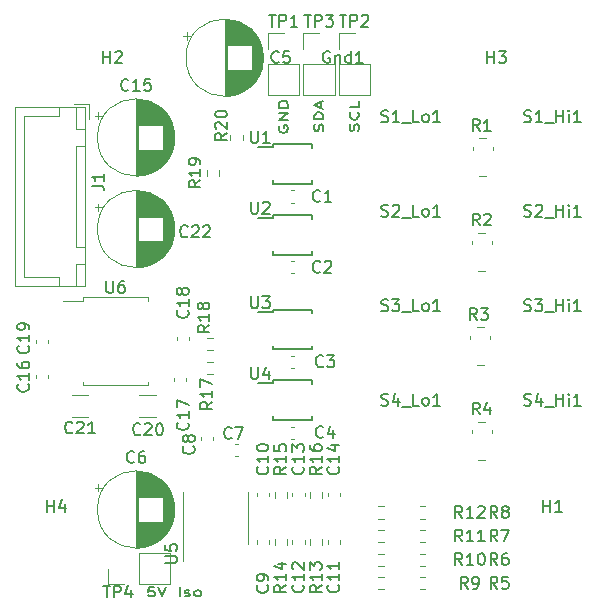
<source format=gbr>
%TF.GenerationSoftware,KiCad,Pcbnew,(5.1.6)-1*%
%TF.CreationDate,2021-10-10T19:01:51-07:00*%
%TF.ProjectId,PV Panel Monitor,50562050-616e-4656-9c20-4d6f6e69746f,rev?*%
%TF.SameCoordinates,Original*%
%TF.FileFunction,Legend,Top*%
%TF.FilePolarity,Positive*%
%FSLAX46Y46*%
G04 Gerber Fmt 4.6, Leading zero omitted, Abs format (unit mm)*
G04 Created by KiCad (PCBNEW (5.1.6)-1) date 2021-10-10 19:01:51*
%MOMM*%
%LPD*%
G01*
G04 APERTURE LIST*
%ADD10C,0.190500*%
%ADD11C,0.120000*%
%ADD12C,0.150000*%
G04 APERTURE END LIST*
D10*
X62306666Y-98832714D02*
X61822857Y-98832714D01*
X61774476Y-99195571D01*
X61822857Y-99159285D01*
X61919619Y-99123000D01*
X62161523Y-99123000D01*
X62258285Y-99159285D01*
X62306666Y-99195571D01*
X62355047Y-99268142D01*
X62355047Y-99449571D01*
X62306666Y-99522142D01*
X62258285Y-99558428D01*
X62161523Y-99594714D01*
X61919619Y-99594714D01*
X61822857Y-99558428D01*
X61774476Y-99522142D01*
X62645333Y-98832714D02*
X62984000Y-99594714D01*
X63322666Y-98832714D01*
X64435428Y-99594714D02*
X64435428Y-98832714D01*
X64870857Y-99558428D02*
X64967619Y-99594714D01*
X65161142Y-99594714D01*
X65257904Y-99558428D01*
X65306285Y-99485857D01*
X65306285Y-99449571D01*
X65257904Y-99377000D01*
X65161142Y-99340714D01*
X65016000Y-99340714D01*
X64919238Y-99304428D01*
X64870857Y-99231857D01*
X64870857Y-99195571D01*
X64919238Y-99123000D01*
X65016000Y-99086714D01*
X65161142Y-99086714D01*
X65257904Y-99123000D01*
X65886857Y-99594714D02*
X65790095Y-99558428D01*
X65741714Y-99522142D01*
X65693333Y-99449571D01*
X65693333Y-99231857D01*
X65741714Y-99159285D01*
X65790095Y-99123000D01*
X65886857Y-99086714D01*
X66032000Y-99086714D01*
X66128761Y-99123000D01*
X66177142Y-99159285D01*
X66225523Y-99231857D01*
X66225523Y-99449571D01*
X66177142Y-99522142D01*
X66128761Y-99558428D01*
X66032000Y-99594714D01*
X65886857Y-99594714D01*
X79558428Y-60209523D02*
X79594714Y-60064380D01*
X79594714Y-59822476D01*
X79558428Y-59725714D01*
X79522142Y-59677333D01*
X79449571Y-59628952D01*
X79377000Y-59628952D01*
X79304428Y-59677333D01*
X79268142Y-59725714D01*
X79231857Y-59822476D01*
X79195571Y-60016000D01*
X79159285Y-60112761D01*
X79123000Y-60161142D01*
X79050428Y-60209523D01*
X78977857Y-60209523D01*
X78905285Y-60161142D01*
X78869000Y-60112761D01*
X78832714Y-60016000D01*
X78832714Y-59774095D01*
X78869000Y-59628952D01*
X79522142Y-58612952D02*
X79558428Y-58661333D01*
X79594714Y-58806476D01*
X79594714Y-58903238D01*
X79558428Y-59048380D01*
X79485857Y-59145142D01*
X79413285Y-59193523D01*
X79268142Y-59241904D01*
X79159285Y-59241904D01*
X79014142Y-59193523D01*
X78941571Y-59145142D01*
X78869000Y-59048380D01*
X78832714Y-58903238D01*
X78832714Y-58806476D01*
X78869000Y-58661333D01*
X78905285Y-58612952D01*
X79594714Y-57693714D02*
X79594714Y-58177523D01*
X78832714Y-58177523D01*
X76558428Y-60233714D02*
X76594714Y-60088571D01*
X76594714Y-59846666D01*
X76558428Y-59749904D01*
X76522142Y-59701523D01*
X76449571Y-59653142D01*
X76377000Y-59653142D01*
X76304428Y-59701523D01*
X76268142Y-59749904D01*
X76231857Y-59846666D01*
X76195571Y-60040190D01*
X76159285Y-60136952D01*
X76123000Y-60185333D01*
X76050428Y-60233714D01*
X75977857Y-60233714D01*
X75905285Y-60185333D01*
X75869000Y-60136952D01*
X75832714Y-60040190D01*
X75832714Y-59798285D01*
X75869000Y-59653142D01*
X76594714Y-59217714D02*
X75832714Y-59217714D01*
X75832714Y-58975809D01*
X75869000Y-58830666D01*
X75941571Y-58733904D01*
X76014142Y-58685523D01*
X76159285Y-58637142D01*
X76268142Y-58637142D01*
X76413285Y-58685523D01*
X76485857Y-58733904D01*
X76558428Y-58830666D01*
X76594714Y-58975809D01*
X76594714Y-59217714D01*
X76377000Y-58250095D02*
X76377000Y-57766285D01*
X76594714Y-58346857D02*
X75832714Y-58008190D01*
X76594714Y-57669523D01*
X72869000Y-59774095D02*
X72832714Y-59870857D01*
X72832714Y-60016000D01*
X72869000Y-60161142D01*
X72941571Y-60257904D01*
X73014142Y-60306285D01*
X73159285Y-60354666D01*
X73268142Y-60354666D01*
X73413285Y-60306285D01*
X73485857Y-60257904D01*
X73558428Y-60161142D01*
X73594714Y-60016000D01*
X73594714Y-59919238D01*
X73558428Y-59774095D01*
X73522142Y-59725714D01*
X73268142Y-59725714D01*
X73268142Y-59919238D01*
X73594714Y-59290285D02*
X72832714Y-59290285D01*
X73594714Y-58709714D01*
X72832714Y-58709714D01*
X73594714Y-58225904D02*
X72832714Y-58225904D01*
X72832714Y-57984000D01*
X72869000Y-57838857D01*
X72941571Y-57742095D01*
X73014142Y-57693714D01*
X73159285Y-57645333D01*
X73268142Y-57645333D01*
X73413285Y-57693714D01*
X73485857Y-57742095D01*
X73558428Y-57838857D01*
X73594714Y-57984000D01*
X73594714Y-58225904D01*
D11*
%TO.C,TP4*%
X58380000Y-98580000D02*
X58380000Y-97250000D01*
X59710000Y-98580000D02*
X58380000Y-98580000D01*
X60980000Y-98580000D02*
X60980000Y-95920000D01*
X60980000Y-95920000D02*
X63580000Y-95920000D01*
X60980000Y-98580000D02*
X63580000Y-98580000D01*
X63580000Y-98580000D02*
X63580000Y-95920000D01*
%TO.C,TP3*%
X74920000Y-51920000D02*
X76250000Y-51920000D01*
X74920000Y-53250000D02*
X74920000Y-51920000D01*
X74920000Y-54520000D02*
X77580000Y-54520000D01*
X77580000Y-54520000D02*
X77580000Y-57120000D01*
X74920000Y-54520000D02*
X74920000Y-57120000D01*
X74920000Y-57120000D02*
X77580000Y-57120000D01*
%TO.C,TP2*%
X77920000Y-51920000D02*
X79250000Y-51920000D01*
X77920000Y-53250000D02*
X77920000Y-51920000D01*
X77920000Y-54520000D02*
X80580000Y-54520000D01*
X80580000Y-54520000D02*
X80580000Y-57120000D01*
X77920000Y-54520000D02*
X77920000Y-57120000D01*
X77920000Y-57120000D02*
X80580000Y-57120000D01*
%TO.C,TP1*%
X71920000Y-51920000D02*
X73250000Y-51920000D01*
X71920000Y-53250000D02*
X71920000Y-51920000D01*
X71920000Y-54520000D02*
X74580000Y-54520000D01*
X74580000Y-54520000D02*
X74580000Y-57120000D01*
X71920000Y-54520000D02*
X71920000Y-57120000D01*
X71920000Y-57120000D02*
X74580000Y-57120000D01*
%TO.C,J1*%
X56750000Y-57900000D02*
X55500000Y-57900000D01*
X56750000Y-59150000D02*
X56750000Y-57900000D01*
X51250000Y-72550000D02*
X51250000Y-65750000D01*
X54200000Y-72550000D02*
X51250000Y-72550000D01*
X54200000Y-73300000D02*
X54200000Y-72550000D01*
X51250000Y-58950000D02*
X51250000Y-65750000D01*
X54200000Y-58950000D02*
X51250000Y-58950000D01*
X54200000Y-58200000D02*
X54200000Y-58950000D01*
X56450000Y-73300000D02*
X56450000Y-71500000D01*
X55700000Y-73300000D02*
X56450000Y-73300000D01*
X55700000Y-71500000D02*
X55700000Y-73300000D01*
X56450000Y-71500000D02*
X55700000Y-71500000D01*
X56450000Y-60000000D02*
X56450000Y-58200000D01*
X55700000Y-60000000D02*
X56450000Y-60000000D01*
X55700000Y-58200000D02*
X55700000Y-60000000D01*
X56450000Y-58200000D02*
X55700000Y-58200000D01*
X56450000Y-70000000D02*
X56450000Y-61500000D01*
X55700000Y-70000000D02*
X56450000Y-70000000D01*
X55700000Y-61500000D02*
X55700000Y-70000000D01*
X56450000Y-61500000D02*
X55700000Y-61500000D01*
X56460000Y-73310000D02*
X56460000Y-58190000D01*
X50490000Y-73310000D02*
X56460000Y-73310000D01*
X50490000Y-58190000D02*
X50490000Y-73310000D01*
X56460000Y-58190000D02*
X50490000Y-58190000D01*
%TO.C,C22*%
X57564759Y-66346000D02*
X57564759Y-66976000D01*
X57249759Y-66661000D02*
X57879759Y-66661000D01*
X63991000Y-68098000D02*
X63991000Y-68902000D01*
X63951000Y-67867000D02*
X63951000Y-69133000D01*
X63911000Y-67698000D02*
X63911000Y-69302000D01*
X63871000Y-67560000D02*
X63871000Y-69440000D01*
X63831000Y-67441000D02*
X63831000Y-69559000D01*
X63791000Y-67335000D02*
X63791000Y-69665000D01*
X63751000Y-67238000D02*
X63751000Y-69762000D01*
X63711000Y-67150000D02*
X63711000Y-69850000D01*
X63671000Y-67068000D02*
X63671000Y-69932000D01*
X63631000Y-66991000D02*
X63631000Y-70009000D01*
X63591000Y-66919000D02*
X63591000Y-70081000D01*
X63551000Y-66850000D02*
X63551000Y-70150000D01*
X63511000Y-66786000D02*
X63511000Y-70214000D01*
X63471000Y-66724000D02*
X63471000Y-70276000D01*
X63431000Y-66666000D02*
X63431000Y-70334000D01*
X63391000Y-66610000D02*
X63391000Y-70390000D01*
X63351000Y-66556000D02*
X63351000Y-70444000D01*
X63311000Y-66505000D02*
X63311000Y-70495000D01*
X63271000Y-66456000D02*
X63271000Y-70544000D01*
X63231000Y-66408000D02*
X63231000Y-70592000D01*
X63191000Y-66363000D02*
X63191000Y-70637000D01*
X63151000Y-66318000D02*
X63151000Y-70682000D01*
X63111000Y-66276000D02*
X63111000Y-70724000D01*
X63071000Y-66235000D02*
X63071000Y-70765000D01*
X63031000Y-69540000D02*
X63031000Y-70805000D01*
X63031000Y-66195000D02*
X63031000Y-67460000D01*
X62991000Y-69540000D02*
X62991000Y-70843000D01*
X62991000Y-66157000D02*
X62991000Y-67460000D01*
X62951000Y-69540000D02*
X62951000Y-70880000D01*
X62951000Y-66120000D02*
X62951000Y-67460000D01*
X62911000Y-69540000D02*
X62911000Y-70916000D01*
X62911000Y-66084000D02*
X62911000Y-67460000D01*
X62871000Y-69540000D02*
X62871000Y-70950000D01*
X62871000Y-66050000D02*
X62871000Y-67460000D01*
X62831000Y-69540000D02*
X62831000Y-70984000D01*
X62831000Y-66016000D02*
X62831000Y-67460000D01*
X62791000Y-69540000D02*
X62791000Y-71016000D01*
X62791000Y-65984000D02*
X62791000Y-67460000D01*
X62751000Y-69540000D02*
X62751000Y-71048000D01*
X62751000Y-65952000D02*
X62751000Y-67460000D01*
X62711000Y-69540000D02*
X62711000Y-71078000D01*
X62711000Y-65922000D02*
X62711000Y-67460000D01*
X62671000Y-69540000D02*
X62671000Y-71107000D01*
X62671000Y-65893000D02*
X62671000Y-67460000D01*
X62631000Y-69540000D02*
X62631000Y-71136000D01*
X62631000Y-65864000D02*
X62631000Y-67460000D01*
X62591000Y-69540000D02*
X62591000Y-71164000D01*
X62591000Y-65836000D02*
X62591000Y-67460000D01*
X62551000Y-69540000D02*
X62551000Y-71190000D01*
X62551000Y-65810000D02*
X62551000Y-67460000D01*
X62511000Y-69540000D02*
X62511000Y-71216000D01*
X62511000Y-65784000D02*
X62511000Y-67460000D01*
X62471000Y-69540000D02*
X62471000Y-71242000D01*
X62471000Y-65758000D02*
X62471000Y-67460000D01*
X62431000Y-69540000D02*
X62431000Y-71266000D01*
X62431000Y-65734000D02*
X62431000Y-67460000D01*
X62391000Y-69540000D02*
X62391000Y-71290000D01*
X62391000Y-65710000D02*
X62391000Y-67460000D01*
X62351000Y-69540000D02*
X62351000Y-71312000D01*
X62351000Y-65688000D02*
X62351000Y-67460000D01*
X62311000Y-69540000D02*
X62311000Y-71334000D01*
X62311000Y-65666000D02*
X62311000Y-67460000D01*
X62271000Y-69540000D02*
X62271000Y-71356000D01*
X62271000Y-65644000D02*
X62271000Y-67460000D01*
X62231000Y-69540000D02*
X62231000Y-71376000D01*
X62231000Y-65624000D02*
X62231000Y-67460000D01*
X62191000Y-69540000D02*
X62191000Y-71396000D01*
X62191000Y-65604000D02*
X62191000Y-67460000D01*
X62151000Y-69540000D02*
X62151000Y-71416000D01*
X62151000Y-65584000D02*
X62151000Y-67460000D01*
X62111000Y-69540000D02*
X62111000Y-71434000D01*
X62111000Y-65566000D02*
X62111000Y-67460000D01*
X62071000Y-69540000D02*
X62071000Y-71452000D01*
X62071000Y-65548000D02*
X62071000Y-67460000D01*
X62031000Y-69540000D02*
X62031000Y-71470000D01*
X62031000Y-65530000D02*
X62031000Y-67460000D01*
X61991000Y-69540000D02*
X61991000Y-71486000D01*
X61991000Y-65514000D02*
X61991000Y-67460000D01*
X61951000Y-69540000D02*
X61951000Y-71502000D01*
X61951000Y-65498000D02*
X61951000Y-67460000D01*
X61911000Y-69540000D02*
X61911000Y-71518000D01*
X61911000Y-65482000D02*
X61911000Y-67460000D01*
X61871000Y-69540000D02*
X61871000Y-71533000D01*
X61871000Y-65467000D02*
X61871000Y-67460000D01*
X61831000Y-69540000D02*
X61831000Y-71547000D01*
X61831000Y-65453000D02*
X61831000Y-67460000D01*
X61791000Y-69540000D02*
X61791000Y-71561000D01*
X61791000Y-65439000D02*
X61791000Y-67460000D01*
X61751000Y-69540000D02*
X61751000Y-71574000D01*
X61751000Y-65426000D02*
X61751000Y-67460000D01*
X61711000Y-69540000D02*
X61711000Y-71586000D01*
X61711000Y-65414000D02*
X61711000Y-67460000D01*
X61671000Y-69540000D02*
X61671000Y-71598000D01*
X61671000Y-65402000D02*
X61671000Y-67460000D01*
X61631000Y-69540000D02*
X61631000Y-71610000D01*
X61631000Y-65390000D02*
X61631000Y-67460000D01*
X61591000Y-69540000D02*
X61591000Y-71621000D01*
X61591000Y-65379000D02*
X61591000Y-67460000D01*
X61551000Y-69540000D02*
X61551000Y-71631000D01*
X61551000Y-65369000D02*
X61551000Y-67460000D01*
X61511000Y-69540000D02*
X61511000Y-71641000D01*
X61511000Y-65359000D02*
X61511000Y-67460000D01*
X61471000Y-69540000D02*
X61471000Y-71650000D01*
X61471000Y-65350000D02*
X61471000Y-67460000D01*
X61430000Y-69540000D02*
X61430000Y-71659000D01*
X61430000Y-65341000D02*
X61430000Y-67460000D01*
X61390000Y-69540000D02*
X61390000Y-71667000D01*
X61390000Y-65333000D02*
X61390000Y-67460000D01*
X61350000Y-69540000D02*
X61350000Y-71675000D01*
X61350000Y-65325000D02*
X61350000Y-67460000D01*
X61310000Y-69540000D02*
X61310000Y-71682000D01*
X61310000Y-65318000D02*
X61310000Y-67460000D01*
X61270000Y-69540000D02*
X61270000Y-71689000D01*
X61270000Y-65311000D02*
X61270000Y-67460000D01*
X61230000Y-69540000D02*
X61230000Y-71695000D01*
X61230000Y-65305000D02*
X61230000Y-67460000D01*
X61190000Y-69540000D02*
X61190000Y-71701000D01*
X61190000Y-65299000D02*
X61190000Y-67460000D01*
X61150000Y-69540000D02*
X61150000Y-71706000D01*
X61150000Y-65294000D02*
X61150000Y-67460000D01*
X61110000Y-69540000D02*
X61110000Y-71711000D01*
X61110000Y-65289000D02*
X61110000Y-67460000D01*
X61070000Y-69540000D02*
X61070000Y-71715000D01*
X61070000Y-65285000D02*
X61070000Y-67460000D01*
X61030000Y-69540000D02*
X61030000Y-71718000D01*
X61030000Y-65282000D02*
X61030000Y-67460000D01*
X60990000Y-69540000D02*
X60990000Y-71722000D01*
X60990000Y-65278000D02*
X60990000Y-67460000D01*
X60950000Y-65276000D02*
X60950000Y-71724000D01*
X60910000Y-65273000D02*
X60910000Y-71727000D01*
X60870000Y-65272000D02*
X60870000Y-71728000D01*
X60830000Y-65270000D02*
X60830000Y-71730000D01*
X60790000Y-65270000D02*
X60790000Y-71730000D01*
X60750000Y-65270000D02*
X60750000Y-71730000D01*
X64020000Y-68500000D02*
G75*
G03*
X64020000Y-68500000I-3270000J0D01*
G01*
%TO.C,C19*%
X53260000Y-77859420D02*
X53260000Y-78140580D01*
X52240000Y-77859420D02*
X52240000Y-78140580D01*
D12*
%TO.C,U4*%
X72325000Y-81550000D02*
X71100000Y-81550000D01*
X72325000Y-84675000D02*
X75675000Y-84675000D01*
X72325000Y-81325000D02*
X75675000Y-81325000D01*
X72325000Y-84675000D02*
X72325000Y-84375000D01*
X75675000Y-84675000D02*
X75675000Y-84375000D01*
X75675000Y-81325000D02*
X75675000Y-81625000D01*
X72325000Y-81325000D02*
X72325000Y-81550000D01*
%TO.C,U3*%
X72325000Y-75550000D02*
X71100000Y-75550000D01*
X72325000Y-78675000D02*
X75675000Y-78675000D01*
X72325000Y-75325000D02*
X75675000Y-75325000D01*
X72325000Y-78675000D02*
X72325000Y-78375000D01*
X75675000Y-78675000D02*
X75675000Y-78375000D01*
X75675000Y-75325000D02*
X75675000Y-75625000D01*
X72325000Y-75325000D02*
X72325000Y-75550000D01*
%TO.C,U1*%
X72325000Y-61550000D02*
X71100000Y-61550000D01*
X72325000Y-64675000D02*
X75675000Y-64675000D01*
X72325000Y-61325000D02*
X75675000Y-61325000D01*
X72325000Y-64675000D02*
X72325000Y-64375000D01*
X75675000Y-64675000D02*
X75675000Y-64375000D01*
X75675000Y-61325000D02*
X75675000Y-61625000D01*
X72325000Y-61325000D02*
X72325000Y-61550000D01*
D11*
%TO.C,R20*%
X68727500Y-60512742D02*
X68727500Y-60987258D01*
X69772500Y-60512742D02*
X69772500Y-60987258D01*
%TO.C,R19*%
X66727500Y-63512742D02*
X66727500Y-63987258D01*
X67772500Y-63512742D02*
X67772500Y-63987258D01*
D12*
%TO.C,U2*%
X72325000Y-67325000D02*
X72325000Y-67550000D01*
X75675000Y-67325000D02*
X75675000Y-67625000D01*
X75675000Y-70675000D02*
X75675000Y-70375000D01*
X72325000Y-70675000D02*
X72325000Y-70375000D01*
X72325000Y-67325000D02*
X75675000Y-67325000D01*
X72325000Y-70675000D02*
X75675000Y-70675000D01*
X72325000Y-67550000D02*
X71100000Y-67550000D01*
D11*
%TO.C,C21*%
X56711252Y-84410000D02*
X55288748Y-84410000D01*
X56711252Y-82590000D02*
X55288748Y-82590000D01*
%TO.C,C20*%
X61038748Y-82590000D02*
X62461252Y-82590000D01*
X61038748Y-84410000D02*
X62461252Y-84410000D01*
%TO.C,C15*%
X64020000Y-60750000D02*
G75*
G03*
X64020000Y-60750000I-3270000J0D01*
G01*
X60750000Y-57520000D02*
X60750000Y-63980000D01*
X60790000Y-57520000D02*
X60790000Y-63980000D01*
X60830000Y-57520000D02*
X60830000Y-63980000D01*
X60870000Y-57522000D02*
X60870000Y-63978000D01*
X60910000Y-57523000D02*
X60910000Y-63977000D01*
X60950000Y-57526000D02*
X60950000Y-63974000D01*
X60990000Y-57528000D02*
X60990000Y-59710000D01*
X60990000Y-61790000D02*
X60990000Y-63972000D01*
X61030000Y-57532000D02*
X61030000Y-59710000D01*
X61030000Y-61790000D02*
X61030000Y-63968000D01*
X61070000Y-57535000D02*
X61070000Y-59710000D01*
X61070000Y-61790000D02*
X61070000Y-63965000D01*
X61110000Y-57539000D02*
X61110000Y-59710000D01*
X61110000Y-61790000D02*
X61110000Y-63961000D01*
X61150000Y-57544000D02*
X61150000Y-59710000D01*
X61150000Y-61790000D02*
X61150000Y-63956000D01*
X61190000Y-57549000D02*
X61190000Y-59710000D01*
X61190000Y-61790000D02*
X61190000Y-63951000D01*
X61230000Y-57555000D02*
X61230000Y-59710000D01*
X61230000Y-61790000D02*
X61230000Y-63945000D01*
X61270000Y-57561000D02*
X61270000Y-59710000D01*
X61270000Y-61790000D02*
X61270000Y-63939000D01*
X61310000Y-57568000D02*
X61310000Y-59710000D01*
X61310000Y-61790000D02*
X61310000Y-63932000D01*
X61350000Y-57575000D02*
X61350000Y-59710000D01*
X61350000Y-61790000D02*
X61350000Y-63925000D01*
X61390000Y-57583000D02*
X61390000Y-59710000D01*
X61390000Y-61790000D02*
X61390000Y-63917000D01*
X61430000Y-57591000D02*
X61430000Y-59710000D01*
X61430000Y-61790000D02*
X61430000Y-63909000D01*
X61471000Y-57600000D02*
X61471000Y-59710000D01*
X61471000Y-61790000D02*
X61471000Y-63900000D01*
X61511000Y-57609000D02*
X61511000Y-59710000D01*
X61511000Y-61790000D02*
X61511000Y-63891000D01*
X61551000Y-57619000D02*
X61551000Y-59710000D01*
X61551000Y-61790000D02*
X61551000Y-63881000D01*
X61591000Y-57629000D02*
X61591000Y-59710000D01*
X61591000Y-61790000D02*
X61591000Y-63871000D01*
X61631000Y-57640000D02*
X61631000Y-59710000D01*
X61631000Y-61790000D02*
X61631000Y-63860000D01*
X61671000Y-57652000D02*
X61671000Y-59710000D01*
X61671000Y-61790000D02*
X61671000Y-63848000D01*
X61711000Y-57664000D02*
X61711000Y-59710000D01*
X61711000Y-61790000D02*
X61711000Y-63836000D01*
X61751000Y-57676000D02*
X61751000Y-59710000D01*
X61751000Y-61790000D02*
X61751000Y-63824000D01*
X61791000Y-57689000D02*
X61791000Y-59710000D01*
X61791000Y-61790000D02*
X61791000Y-63811000D01*
X61831000Y-57703000D02*
X61831000Y-59710000D01*
X61831000Y-61790000D02*
X61831000Y-63797000D01*
X61871000Y-57717000D02*
X61871000Y-59710000D01*
X61871000Y-61790000D02*
X61871000Y-63783000D01*
X61911000Y-57732000D02*
X61911000Y-59710000D01*
X61911000Y-61790000D02*
X61911000Y-63768000D01*
X61951000Y-57748000D02*
X61951000Y-59710000D01*
X61951000Y-61790000D02*
X61951000Y-63752000D01*
X61991000Y-57764000D02*
X61991000Y-59710000D01*
X61991000Y-61790000D02*
X61991000Y-63736000D01*
X62031000Y-57780000D02*
X62031000Y-59710000D01*
X62031000Y-61790000D02*
X62031000Y-63720000D01*
X62071000Y-57798000D02*
X62071000Y-59710000D01*
X62071000Y-61790000D02*
X62071000Y-63702000D01*
X62111000Y-57816000D02*
X62111000Y-59710000D01*
X62111000Y-61790000D02*
X62111000Y-63684000D01*
X62151000Y-57834000D02*
X62151000Y-59710000D01*
X62151000Y-61790000D02*
X62151000Y-63666000D01*
X62191000Y-57854000D02*
X62191000Y-59710000D01*
X62191000Y-61790000D02*
X62191000Y-63646000D01*
X62231000Y-57874000D02*
X62231000Y-59710000D01*
X62231000Y-61790000D02*
X62231000Y-63626000D01*
X62271000Y-57894000D02*
X62271000Y-59710000D01*
X62271000Y-61790000D02*
X62271000Y-63606000D01*
X62311000Y-57916000D02*
X62311000Y-59710000D01*
X62311000Y-61790000D02*
X62311000Y-63584000D01*
X62351000Y-57938000D02*
X62351000Y-59710000D01*
X62351000Y-61790000D02*
X62351000Y-63562000D01*
X62391000Y-57960000D02*
X62391000Y-59710000D01*
X62391000Y-61790000D02*
X62391000Y-63540000D01*
X62431000Y-57984000D02*
X62431000Y-59710000D01*
X62431000Y-61790000D02*
X62431000Y-63516000D01*
X62471000Y-58008000D02*
X62471000Y-59710000D01*
X62471000Y-61790000D02*
X62471000Y-63492000D01*
X62511000Y-58034000D02*
X62511000Y-59710000D01*
X62511000Y-61790000D02*
X62511000Y-63466000D01*
X62551000Y-58060000D02*
X62551000Y-59710000D01*
X62551000Y-61790000D02*
X62551000Y-63440000D01*
X62591000Y-58086000D02*
X62591000Y-59710000D01*
X62591000Y-61790000D02*
X62591000Y-63414000D01*
X62631000Y-58114000D02*
X62631000Y-59710000D01*
X62631000Y-61790000D02*
X62631000Y-63386000D01*
X62671000Y-58143000D02*
X62671000Y-59710000D01*
X62671000Y-61790000D02*
X62671000Y-63357000D01*
X62711000Y-58172000D02*
X62711000Y-59710000D01*
X62711000Y-61790000D02*
X62711000Y-63328000D01*
X62751000Y-58202000D02*
X62751000Y-59710000D01*
X62751000Y-61790000D02*
X62751000Y-63298000D01*
X62791000Y-58234000D02*
X62791000Y-59710000D01*
X62791000Y-61790000D02*
X62791000Y-63266000D01*
X62831000Y-58266000D02*
X62831000Y-59710000D01*
X62831000Y-61790000D02*
X62831000Y-63234000D01*
X62871000Y-58300000D02*
X62871000Y-59710000D01*
X62871000Y-61790000D02*
X62871000Y-63200000D01*
X62911000Y-58334000D02*
X62911000Y-59710000D01*
X62911000Y-61790000D02*
X62911000Y-63166000D01*
X62951000Y-58370000D02*
X62951000Y-59710000D01*
X62951000Y-61790000D02*
X62951000Y-63130000D01*
X62991000Y-58407000D02*
X62991000Y-59710000D01*
X62991000Y-61790000D02*
X62991000Y-63093000D01*
X63031000Y-58445000D02*
X63031000Y-59710000D01*
X63031000Y-61790000D02*
X63031000Y-63055000D01*
X63071000Y-58485000D02*
X63071000Y-63015000D01*
X63111000Y-58526000D02*
X63111000Y-62974000D01*
X63151000Y-58568000D02*
X63151000Y-62932000D01*
X63191000Y-58613000D02*
X63191000Y-62887000D01*
X63231000Y-58658000D02*
X63231000Y-62842000D01*
X63271000Y-58706000D02*
X63271000Y-62794000D01*
X63311000Y-58755000D02*
X63311000Y-62745000D01*
X63351000Y-58806000D02*
X63351000Y-62694000D01*
X63391000Y-58860000D02*
X63391000Y-62640000D01*
X63431000Y-58916000D02*
X63431000Y-62584000D01*
X63471000Y-58974000D02*
X63471000Y-62526000D01*
X63511000Y-59036000D02*
X63511000Y-62464000D01*
X63551000Y-59100000D02*
X63551000Y-62400000D01*
X63591000Y-59169000D02*
X63591000Y-62331000D01*
X63631000Y-59241000D02*
X63631000Y-62259000D01*
X63671000Y-59318000D02*
X63671000Y-62182000D01*
X63711000Y-59400000D02*
X63711000Y-62100000D01*
X63751000Y-59488000D02*
X63751000Y-62012000D01*
X63791000Y-59585000D02*
X63791000Y-61915000D01*
X63831000Y-59691000D02*
X63831000Y-61809000D01*
X63871000Y-59810000D02*
X63871000Y-61690000D01*
X63911000Y-59948000D02*
X63911000Y-61552000D01*
X63951000Y-60117000D02*
X63951000Y-61383000D01*
X63991000Y-60348000D02*
X63991000Y-61152000D01*
X57249759Y-58911000D02*
X57879759Y-58911000D01*
X57564759Y-58596000D02*
X57564759Y-59226000D01*
%TO.C,U5*%
X70235000Y-93000000D02*
X70235000Y-90800000D01*
X70235000Y-93000000D02*
X70235000Y-95200000D01*
X64765000Y-93000000D02*
X64765000Y-90800000D01*
X64765000Y-93000000D02*
X64765000Y-96600000D01*
%TO.C,U6*%
X59000000Y-81710000D02*
X61760000Y-81710000D01*
X61760000Y-81710000D02*
X61760000Y-81435000D01*
X59000000Y-81710000D02*
X56240000Y-81710000D01*
X56240000Y-81710000D02*
X56240000Y-81435000D01*
X59000000Y-74290000D02*
X61760000Y-74290000D01*
X61760000Y-74290000D02*
X61760000Y-74565000D01*
X59000000Y-74290000D02*
X56240000Y-74290000D01*
X56240000Y-74290000D02*
X56240000Y-74565000D01*
X56240000Y-74565000D02*
X54550000Y-74565000D01*
%TO.C,R18*%
X66762742Y-79727500D02*
X67237258Y-79727500D01*
X66762742Y-80772500D02*
X67237258Y-80772500D01*
%TO.C,R17*%
X67237258Y-78772500D02*
X66762742Y-78772500D01*
X67237258Y-77727500D02*
X66762742Y-77727500D01*
%TO.C,C18*%
X65260000Y-77634420D02*
X65260000Y-77915580D01*
X64240000Y-77634420D02*
X64240000Y-77915580D01*
%TO.C,C17*%
X65010000Y-81109420D02*
X65010000Y-81390580D01*
X63990000Y-81109420D02*
X63990000Y-81390580D01*
%TO.C,C16*%
X53260000Y-80859420D02*
X53260000Y-81140580D01*
X52240000Y-80859420D02*
X52240000Y-81140580D01*
%TO.C,R16*%
X76522500Y-90762742D02*
X76522500Y-91237258D01*
X75477500Y-90762742D02*
X75477500Y-91237258D01*
%TO.C,R15*%
X73522500Y-90762742D02*
X73522500Y-91237258D01*
X72477500Y-90762742D02*
X72477500Y-91237258D01*
%TO.C,R14*%
X72477500Y-95237258D02*
X72477500Y-94762742D01*
X73522500Y-95237258D02*
X73522500Y-94762742D01*
%TO.C,R13*%
X75477500Y-95237258D02*
X75477500Y-94762742D01*
X76522500Y-95237258D02*
X76522500Y-94762742D01*
%TO.C,R12*%
X81737258Y-93022500D02*
X81262742Y-93022500D01*
X81737258Y-91977500D02*
X81262742Y-91977500D01*
%TO.C,R11*%
X81737258Y-95022500D02*
X81262742Y-95022500D01*
X81737258Y-93977500D02*
X81262742Y-93977500D01*
%TO.C,R10*%
X81737258Y-97022500D02*
X81262742Y-97022500D01*
X81737258Y-95977500D02*
X81262742Y-95977500D01*
%TO.C,R9*%
X81737258Y-99022500D02*
X81262742Y-99022500D01*
X81737258Y-97977500D02*
X81262742Y-97977500D01*
%TO.C,R8*%
X85237258Y-93022500D02*
X84762742Y-93022500D01*
X85237258Y-91977500D02*
X84762742Y-91977500D01*
%TO.C,R7*%
X85237258Y-95022500D02*
X84762742Y-95022500D01*
X85237258Y-93977500D02*
X84762742Y-93977500D01*
%TO.C,R6*%
X85237258Y-97022500D02*
X84762742Y-97022500D01*
X85237258Y-95977500D02*
X84762742Y-95977500D01*
%TO.C,R5*%
X85237258Y-99022500D02*
X84762742Y-99022500D01*
X85237258Y-97977500D02*
X84762742Y-97977500D01*
%TO.C,C14*%
X78010000Y-90859420D02*
X78010000Y-91140580D01*
X76990000Y-90859420D02*
X76990000Y-91140580D01*
%TO.C,C13*%
X75010000Y-90859420D02*
X75010000Y-91140580D01*
X73990000Y-90859420D02*
X73990000Y-91140580D01*
%TO.C,C12*%
X73990000Y-95140580D02*
X73990000Y-94859420D01*
X75010000Y-95140580D02*
X75010000Y-94859420D01*
%TO.C,C11*%
X76990000Y-95140580D02*
X76990000Y-94859420D01*
X78010000Y-95140580D02*
X78010000Y-94859420D01*
%TO.C,C10*%
X72010000Y-90859420D02*
X72010000Y-91140580D01*
X70990000Y-90859420D02*
X70990000Y-91140580D01*
%TO.C,C9*%
X70990000Y-95140580D02*
X70990000Y-94859420D01*
X72010000Y-95140580D02*
X72010000Y-94859420D01*
%TO.C,C8*%
X66240000Y-86390580D02*
X66240000Y-86109420D01*
X67260000Y-86390580D02*
X67260000Y-86109420D01*
%TO.C,C7*%
X69109420Y-86740000D02*
X69390580Y-86740000D01*
X69109420Y-87760000D02*
X69390580Y-87760000D01*
%TO.C,C6*%
X64020000Y-92250000D02*
G75*
G03*
X64020000Y-92250000I-3270000J0D01*
G01*
X60750000Y-89020000D02*
X60750000Y-95480000D01*
X60790000Y-89020000D02*
X60790000Y-95480000D01*
X60830000Y-89020000D02*
X60830000Y-95480000D01*
X60870000Y-89022000D02*
X60870000Y-95478000D01*
X60910000Y-89023000D02*
X60910000Y-95477000D01*
X60950000Y-89026000D02*
X60950000Y-95474000D01*
X60990000Y-89028000D02*
X60990000Y-91210000D01*
X60990000Y-93290000D02*
X60990000Y-95472000D01*
X61030000Y-89032000D02*
X61030000Y-91210000D01*
X61030000Y-93290000D02*
X61030000Y-95468000D01*
X61070000Y-89035000D02*
X61070000Y-91210000D01*
X61070000Y-93290000D02*
X61070000Y-95465000D01*
X61110000Y-89039000D02*
X61110000Y-91210000D01*
X61110000Y-93290000D02*
X61110000Y-95461000D01*
X61150000Y-89044000D02*
X61150000Y-91210000D01*
X61150000Y-93290000D02*
X61150000Y-95456000D01*
X61190000Y-89049000D02*
X61190000Y-91210000D01*
X61190000Y-93290000D02*
X61190000Y-95451000D01*
X61230000Y-89055000D02*
X61230000Y-91210000D01*
X61230000Y-93290000D02*
X61230000Y-95445000D01*
X61270000Y-89061000D02*
X61270000Y-91210000D01*
X61270000Y-93290000D02*
X61270000Y-95439000D01*
X61310000Y-89068000D02*
X61310000Y-91210000D01*
X61310000Y-93290000D02*
X61310000Y-95432000D01*
X61350000Y-89075000D02*
X61350000Y-91210000D01*
X61350000Y-93290000D02*
X61350000Y-95425000D01*
X61390000Y-89083000D02*
X61390000Y-91210000D01*
X61390000Y-93290000D02*
X61390000Y-95417000D01*
X61430000Y-89091000D02*
X61430000Y-91210000D01*
X61430000Y-93290000D02*
X61430000Y-95409000D01*
X61471000Y-89100000D02*
X61471000Y-91210000D01*
X61471000Y-93290000D02*
X61471000Y-95400000D01*
X61511000Y-89109000D02*
X61511000Y-91210000D01*
X61511000Y-93290000D02*
X61511000Y-95391000D01*
X61551000Y-89119000D02*
X61551000Y-91210000D01*
X61551000Y-93290000D02*
X61551000Y-95381000D01*
X61591000Y-89129000D02*
X61591000Y-91210000D01*
X61591000Y-93290000D02*
X61591000Y-95371000D01*
X61631000Y-89140000D02*
X61631000Y-91210000D01*
X61631000Y-93290000D02*
X61631000Y-95360000D01*
X61671000Y-89152000D02*
X61671000Y-91210000D01*
X61671000Y-93290000D02*
X61671000Y-95348000D01*
X61711000Y-89164000D02*
X61711000Y-91210000D01*
X61711000Y-93290000D02*
X61711000Y-95336000D01*
X61751000Y-89176000D02*
X61751000Y-91210000D01*
X61751000Y-93290000D02*
X61751000Y-95324000D01*
X61791000Y-89189000D02*
X61791000Y-91210000D01*
X61791000Y-93290000D02*
X61791000Y-95311000D01*
X61831000Y-89203000D02*
X61831000Y-91210000D01*
X61831000Y-93290000D02*
X61831000Y-95297000D01*
X61871000Y-89217000D02*
X61871000Y-91210000D01*
X61871000Y-93290000D02*
X61871000Y-95283000D01*
X61911000Y-89232000D02*
X61911000Y-91210000D01*
X61911000Y-93290000D02*
X61911000Y-95268000D01*
X61951000Y-89248000D02*
X61951000Y-91210000D01*
X61951000Y-93290000D02*
X61951000Y-95252000D01*
X61991000Y-89264000D02*
X61991000Y-91210000D01*
X61991000Y-93290000D02*
X61991000Y-95236000D01*
X62031000Y-89280000D02*
X62031000Y-91210000D01*
X62031000Y-93290000D02*
X62031000Y-95220000D01*
X62071000Y-89298000D02*
X62071000Y-91210000D01*
X62071000Y-93290000D02*
X62071000Y-95202000D01*
X62111000Y-89316000D02*
X62111000Y-91210000D01*
X62111000Y-93290000D02*
X62111000Y-95184000D01*
X62151000Y-89334000D02*
X62151000Y-91210000D01*
X62151000Y-93290000D02*
X62151000Y-95166000D01*
X62191000Y-89354000D02*
X62191000Y-91210000D01*
X62191000Y-93290000D02*
X62191000Y-95146000D01*
X62231000Y-89374000D02*
X62231000Y-91210000D01*
X62231000Y-93290000D02*
X62231000Y-95126000D01*
X62271000Y-89394000D02*
X62271000Y-91210000D01*
X62271000Y-93290000D02*
X62271000Y-95106000D01*
X62311000Y-89416000D02*
X62311000Y-91210000D01*
X62311000Y-93290000D02*
X62311000Y-95084000D01*
X62351000Y-89438000D02*
X62351000Y-91210000D01*
X62351000Y-93290000D02*
X62351000Y-95062000D01*
X62391000Y-89460000D02*
X62391000Y-91210000D01*
X62391000Y-93290000D02*
X62391000Y-95040000D01*
X62431000Y-89484000D02*
X62431000Y-91210000D01*
X62431000Y-93290000D02*
X62431000Y-95016000D01*
X62471000Y-89508000D02*
X62471000Y-91210000D01*
X62471000Y-93290000D02*
X62471000Y-94992000D01*
X62511000Y-89534000D02*
X62511000Y-91210000D01*
X62511000Y-93290000D02*
X62511000Y-94966000D01*
X62551000Y-89560000D02*
X62551000Y-91210000D01*
X62551000Y-93290000D02*
X62551000Y-94940000D01*
X62591000Y-89586000D02*
X62591000Y-91210000D01*
X62591000Y-93290000D02*
X62591000Y-94914000D01*
X62631000Y-89614000D02*
X62631000Y-91210000D01*
X62631000Y-93290000D02*
X62631000Y-94886000D01*
X62671000Y-89643000D02*
X62671000Y-91210000D01*
X62671000Y-93290000D02*
X62671000Y-94857000D01*
X62711000Y-89672000D02*
X62711000Y-91210000D01*
X62711000Y-93290000D02*
X62711000Y-94828000D01*
X62751000Y-89702000D02*
X62751000Y-91210000D01*
X62751000Y-93290000D02*
X62751000Y-94798000D01*
X62791000Y-89734000D02*
X62791000Y-91210000D01*
X62791000Y-93290000D02*
X62791000Y-94766000D01*
X62831000Y-89766000D02*
X62831000Y-91210000D01*
X62831000Y-93290000D02*
X62831000Y-94734000D01*
X62871000Y-89800000D02*
X62871000Y-91210000D01*
X62871000Y-93290000D02*
X62871000Y-94700000D01*
X62911000Y-89834000D02*
X62911000Y-91210000D01*
X62911000Y-93290000D02*
X62911000Y-94666000D01*
X62951000Y-89870000D02*
X62951000Y-91210000D01*
X62951000Y-93290000D02*
X62951000Y-94630000D01*
X62991000Y-89907000D02*
X62991000Y-91210000D01*
X62991000Y-93290000D02*
X62991000Y-94593000D01*
X63031000Y-89945000D02*
X63031000Y-91210000D01*
X63031000Y-93290000D02*
X63031000Y-94555000D01*
X63071000Y-89985000D02*
X63071000Y-94515000D01*
X63111000Y-90026000D02*
X63111000Y-94474000D01*
X63151000Y-90068000D02*
X63151000Y-94432000D01*
X63191000Y-90113000D02*
X63191000Y-94387000D01*
X63231000Y-90158000D02*
X63231000Y-94342000D01*
X63271000Y-90206000D02*
X63271000Y-94294000D01*
X63311000Y-90255000D02*
X63311000Y-94245000D01*
X63351000Y-90306000D02*
X63351000Y-94194000D01*
X63391000Y-90360000D02*
X63391000Y-94140000D01*
X63431000Y-90416000D02*
X63431000Y-94084000D01*
X63471000Y-90474000D02*
X63471000Y-94026000D01*
X63511000Y-90536000D02*
X63511000Y-93964000D01*
X63551000Y-90600000D02*
X63551000Y-93900000D01*
X63591000Y-90669000D02*
X63591000Y-93831000D01*
X63631000Y-90741000D02*
X63631000Y-93759000D01*
X63671000Y-90818000D02*
X63671000Y-93682000D01*
X63711000Y-90900000D02*
X63711000Y-93600000D01*
X63751000Y-90988000D02*
X63751000Y-93512000D01*
X63791000Y-91085000D02*
X63791000Y-93415000D01*
X63831000Y-91191000D02*
X63831000Y-93309000D01*
X63871000Y-91310000D02*
X63871000Y-93190000D01*
X63911000Y-91448000D02*
X63911000Y-93052000D01*
X63951000Y-91617000D02*
X63951000Y-92883000D01*
X63991000Y-91848000D02*
X63991000Y-92652000D01*
X57249759Y-90411000D02*
X57879759Y-90411000D01*
X57564759Y-90096000D02*
X57564759Y-90726000D01*
%TO.C,C5*%
X71520000Y-54000000D02*
G75*
G03*
X71520000Y-54000000I-3270000J0D01*
G01*
X68250000Y-50770000D02*
X68250000Y-57230000D01*
X68290000Y-50770000D02*
X68290000Y-57230000D01*
X68330000Y-50770000D02*
X68330000Y-57230000D01*
X68370000Y-50772000D02*
X68370000Y-57228000D01*
X68410000Y-50773000D02*
X68410000Y-57227000D01*
X68450000Y-50776000D02*
X68450000Y-57224000D01*
X68490000Y-50778000D02*
X68490000Y-52960000D01*
X68490000Y-55040000D02*
X68490000Y-57222000D01*
X68530000Y-50782000D02*
X68530000Y-52960000D01*
X68530000Y-55040000D02*
X68530000Y-57218000D01*
X68570000Y-50785000D02*
X68570000Y-52960000D01*
X68570000Y-55040000D02*
X68570000Y-57215000D01*
X68610000Y-50789000D02*
X68610000Y-52960000D01*
X68610000Y-55040000D02*
X68610000Y-57211000D01*
X68650000Y-50794000D02*
X68650000Y-52960000D01*
X68650000Y-55040000D02*
X68650000Y-57206000D01*
X68690000Y-50799000D02*
X68690000Y-52960000D01*
X68690000Y-55040000D02*
X68690000Y-57201000D01*
X68730000Y-50805000D02*
X68730000Y-52960000D01*
X68730000Y-55040000D02*
X68730000Y-57195000D01*
X68770000Y-50811000D02*
X68770000Y-52960000D01*
X68770000Y-55040000D02*
X68770000Y-57189000D01*
X68810000Y-50818000D02*
X68810000Y-52960000D01*
X68810000Y-55040000D02*
X68810000Y-57182000D01*
X68850000Y-50825000D02*
X68850000Y-52960000D01*
X68850000Y-55040000D02*
X68850000Y-57175000D01*
X68890000Y-50833000D02*
X68890000Y-52960000D01*
X68890000Y-55040000D02*
X68890000Y-57167000D01*
X68930000Y-50841000D02*
X68930000Y-52960000D01*
X68930000Y-55040000D02*
X68930000Y-57159000D01*
X68971000Y-50850000D02*
X68971000Y-52960000D01*
X68971000Y-55040000D02*
X68971000Y-57150000D01*
X69011000Y-50859000D02*
X69011000Y-52960000D01*
X69011000Y-55040000D02*
X69011000Y-57141000D01*
X69051000Y-50869000D02*
X69051000Y-52960000D01*
X69051000Y-55040000D02*
X69051000Y-57131000D01*
X69091000Y-50879000D02*
X69091000Y-52960000D01*
X69091000Y-55040000D02*
X69091000Y-57121000D01*
X69131000Y-50890000D02*
X69131000Y-52960000D01*
X69131000Y-55040000D02*
X69131000Y-57110000D01*
X69171000Y-50902000D02*
X69171000Y-52960000D01*
X69171000Y-55040000D02*
X69171000Y-57098000D01*
X69211000Y-50914000D02*
X69211000Y-52960000D01*
X69211000Y-55040000D02*
X69211000Y-57086000D01*
X69251000Y-50926000D02*
X69251000Y-52960000D01*
X69251000Y-55040000D02*
X69251000Y-57074000D01*
X69291000Y-50939000D02*
X69291000Y-52960000D01*
X69291000Y-55040000D02*
X69291000Y-57061000D01*
X69331000Y-50953000D02*
X69331000Y-52960000D01*
X69331000Y-55040000D02*
X69331000Y-57047000D01*
X69371000Y-50967000D02*
X69371000Y-52960000D01*
X69371000Y-55040000D02*
X69371000Y-57033000D01*
X69411000Y-50982000D02*
X69411000Y-52960000D01*
X69411000Y-55040000D02*
X69411000Y-57018000D01*
X69451000Y-50998000D02*
X69451000Y-52960000D01*
X69451000Y-55040000D02*
X69451000Y-57002000D01*
X69491000Y-51014000D02*
X69491000Y-52960000D01*
X69491000Y-55040000D02*
X69491000Y-56986000D01*
X69531000Y-51030000D02*
X69531000Y-52960000D01*
X69531000Y-55040000D02*
X69531000Y-56970000D01*
X69571000Y-51048000D02*
X69571000Y-52960000D01*
X69571000Y-55040000D02*
X69571000Y-56952000D01*
X69611000Y-51066000D02*
X69611000Y-52960000D01*
X69611000Y-55040000D02*
X69611000Y-56934000D01*
X69651000Y-51084000D02*
X69651000Y-52960000D01*
X69651000Y-55040000D02*
X69651000Y-56916000D01*
X69691000Y-51104000D02*
X69691000Y-52960000D01*
X69691000Y-55040000D02*
X69691000Y-56896000D01*
X69731000Y-51124000D02*
X69731000Y-52960000D01*
X69731000Y-55040000D02*
X69731000Y-56876000D01*
X69771000Y-51144000D02*
X69771000Y-52960000D01*
X69771000Y-55040000D02*
X69771000Y-56856000D01*
X69811000Y-51166000D02*
X69811000Y-52960000D01*
X69811000Y-55040000D02*
X69811000Y-56834000D01*
X69851000Y-51188000D02*
X69851000Y-52960000D01*
X69851000Y-55040000D02*
X69851000Y-56812000D01*
X69891000Y-51210000D02*
X69891000Y-52960000D01*
X69891000Y-55040000D02*
X69891000Y-56790000D01*
X69931000Y-51234000D02*
X69931000Y-52960000D01*
X69931000Y-55040000D02*
X69931000Y-56766000D01*
X69971000Y-51258000D02*
X69971000Y-52960000D01*
X69971000Y-55040000D02*
X69971000Y-56742000D01*
X70011000Y-51284000D02*
X70011000Y-52960000D01*
X70011000Y-55040000D02*
X70011000Y-56716000D01*
X70051000Y-51310000D02*
X70051000Y-52960000D01*
X70051000Y-55040000D02*
X70051000Y-56690000D01*
X70091000Y-51336000D02*
X70091000Y-52960000D01*
X70091000Y-55040000D02*
X70091000Y-56664000D01*
X70131000Y-51364000D02*
X70131000Y-52960000D01*
X70131000Y-55040000D02*
X70131000Y-56636000D01*
X70171000Y-51393000D02*
X70171000Y-52960000D01*
X70171000Y-55040000D02*
X70171000Y-56607000D01*
X70211000Y-51422000D02*
X70211000Y-52960000D01*
X70211000Y-55040000D02*
X70211000Y-56578000D01*
X70251000Y-51452000D02*
X70251000Y-52960000D01*
X70251000Y-55040000D02*
X70251000Y-56548000D01*
X70291000Y-51484000D02*
X70291000Y-52960000D01*
X70291000Y-55040000D02*
X70291000Y-56516000D01*
X70331000Y-51516000D02*
X70331000Y-52960000D01*
X70331000Y-55040000D02*
X70331000Y-56484000D01*
X70371000Y-51550000D02*
X70371000Y-52960000D01*
X70371000Y-55040000D02*
X70371000Y-56450000D01*
X70411000Y-51584000D02*
X70411000Y-52960000D01*
X70411000Y-55040000D02*
X70411000Y-56416000D01*
X70451000Y-51620000D02*
X70451000Y-52960000D01*
X70451000Y-55040000D02*
X70451000Y-56380000D01*
X70491000Y-51657000D02*
X70491000Y-52960000D01*
X70491000Y-55040000D02*
X70491000Y-56343000D01*
X70531000Y-51695000D02*
X70531000Y-52960000D01*
X70531000Y-55040000D02*
X70531000Y-56305000D01*
X70571000Y-51735000D02*
X70571000Y-56265000D01*
X70611000Y-51776000D02*
X70611000Y-56224000D01*
X70651000Y-51818000D02*
X70651000Y-56182000D01*
X70691000Y-51863000D02*
X70691000Y-56137000D01*
X70731000Y-51908000D02*
X70731000Y-56092000D01*
X70771000Y-51956000D02*
X70771000Y-56044000D01*
X70811000Y-52005000D02*
X70811000Y-55995000D01*
X70851000Y-52056000D02*
X70851000Y-55944000D01*
X70891000Y-52110000D02*
X70891000Y-55890000D01*
X70931000Y-52166000D02*
X70931000Y-55834000D01*
X70971000Y-52224000D02*
X70971000Y-55776000D01*
X71011000Y-52286000D02*
X71011000Y-55714000D01*
X71051000Y-52350000D02*
X71051000Y-55650000D01*
X71091000Y-52419000D02*
X71091000Y-55581000D01*
X71131000Y-52491000D02*
X71131000Y-55509000D01*
X71171000Y-52568000D02*
X71171000Y-55432000D01*
X71211000Y-52650000D02*
X71211000Y-55350000D01*
X71251000Y-52738000D02*
X71251000Y-55262000D01*
X71291000Y-52835000D02*
X71291000Y-55165000D01*
X71331000Y-52941000D02*
X71331000Y-55059000D01*
X71371000Y-53060000D02*
X71371000Y-54940000D01*
X71411000Y-53198000D02*
X71411000Y-54802000D01*
X71451000Y-53367000D02*
X71451000Y-54633000D01*
X71491000Y-53598000D02*
X71491000Y-54402000D01*
X64749759Y-52161000D02*
X65379759Y-52161000D01*
X65064759Y-51846000D02*
X65064759Y-52476000D01*
%TO.C,R4*%
X89150000Y-85778000D02*
X89150000Y-85553000D01*
X90850000Y-85778000D02*
X90850000Y-85553000D01*
X90300000Y-84803000D02*
X89700000Y-84803000D01*
X90300000Y-88053000D02*
X89700000Y-88053000D01*
%TO.C,R3*%
X89035000Y-77778000D02*
X89035000Y-77553000D01*
X90735000Y-77778000D02*
X90735000Y-77553000D01*
X90185000Y-76803000D02*
X89585000Y-76803000D01*
X90185000Y-80053000D02*
X89585000Y-80053000D01*
%TO.C,R2*%
X89150000Y-69778000D02*
X89150000Y-69553000D01*
X90850000Y-69778000D02*
X90850000Y-69553000D01*
X90300000Y-68803000D02*
X89700000Y-68803000D01*
X90300000Y-72053000D02*
X89700000Y-72053000D01*
%TO.C,R1*%
X89265000Y-61778500D02*
X89265000Y-61553500D01*
X90965000Y-61778500D02*
X90965000Y-61553500D01*
X90415000Y-60803500D02*
X89815000Y-60803500D01*
X90415000Y-64053500D02*
X89815000Y-64053500D01*
%TO.C,C4*%
X74140580Y-86260000D02*
X73859420Y-86260000D01*
X74140580Y-85240000D02*
X73859420Y-85240000D01*
%TO.C,C3*%
X74140580Y-80260000D02*
X73859420Y-80260000D01*
X74140580Y-79240000D02*
X73859420Y-79240000D01*
%TO.C,C2*%
X74140580Y-72260000D02*
X73859420Y-72260000D01*
X74140580Y-71240000D02*
X73859420Y-71240000D01*
%TO.C,C1*%
X74140580Y-66260000D02*
X73859420Y-66260000D01*
X74140580Y-65240000D02*
X73859420Y-65240000D01*
%TO.C,TP4*%
D12*
X57988095Y-98702380D02*
X58559523Y-98702380D01*
X58273809Y-99702380D02*
X58273809Y-98702380D01*
X58892857Y-99702380D02*
X58892857Y-98702380D01*
X59273809Y-98702380D01*
X59369047Y-98750000D01*
X59416666Y-98797619D01*
X59464285Y-98892857D01*
X59464285Y-99035714D01*
X59416666Y-99130952D01*
X59369047Y-99178571D01*
X59273809Y-99226190D01*
X58892857Y-99226190D01*
X60321428Y-99035714D02*
X60321428Y-99702380D01*
X60083333Y-98654761D02*
X59845238Y-99369047D01*
X60464285Y-99369047D01*
%TO.C,TP3*%
X74988095Y-50372380D02*
X75559523Y-50372380D01*
X75273809Y-51372380D02*
X75273809Y-50372380D01*
X75892857Y-51372380D02*
X75892857Y-50372380D01*
X76273809Y-50372380D01*
X76369047Y-50420000D01*
X76416666Y-50467619D01*
X76464285Y-50562857D01*
X76464285Y-50705714D01*
X76416666Y-50800952D01*
X76369047Y-50848571D01*
X76273809Y-50896190D01*
X75892857Y-50896190D01*
X76797619Y-50372380D02*
X77416666Y-50372380D01*
X77083333Y-50753333D01*
X77226190Y-50753333D01*
X77321428Y-50800952D01*
X77369047Y-50848571D01*
X77416666Y-50943809D01*
X77416666Y-51181904D01*
X77369047Y-51277142D01*
X77321428Y-51324761D01*
X77226190Y-51372380D01*
X76940476Y-51372380D01*
X76845238Y-51324761D01*
X76797619Y-51277142D01*
%TO.C,TP2*%
X77988095Y-50372380D02*
X78559523Y-50372380D01*
X78273809Y-51372380D02*
X78273809Y-50372380D01*
X78892857Y-51372380D02*
X78892857Y-50372380D01*
X79273809Y-50372380D01*
X79369047Y-50420000D01*
X79416666Y-50467619D01*
X79464285Y-50562857D01*
X79464285Y-50705714D01*
X79416666Y-50800952D01*
X79369047Y-50848571D01*
X79273809Y-50896190D01*
X78892857Y-50896190D01*
X79845238Y-50467619D02*
X79892857Y-50420000D01*
X79988095Y-50372380D01*
X80226190Y-50372380D01*
X80321428Y-50420000D01*
X80369047Y-50467619D01*
X80416666Y-50562857D01*
X80416666Y-50658095D01*
X80369047Y-50800952D01*
X79797619Y-51372380D01*
X80416666Y-51372380D01*
%TO.C,TP1*%
X71988095Y-50372380D02*
X72559523Y-50372380D01*
X72273809Y-51372380D02*
X72273809Y-50372380D01*
X72892857Y-51372380D02*
X72892857Y-50372380D01*
X73273809Y-50372380D01*
X73369047Y-50420000D01*
X73416666Y-50467619D01*
X73464285Y-50562857D01*
X73464285Y-50705714D01*
X73416666Y-50800952D01*
X73369047Y-50848571D01*
X73273809Y-50896190D01*
X72892857Y-50896190D01*
X74416666Y-51372380D02*
X73845238Y-51372380D01*
X74130952Y-51372380D02*
X74130952Y-50372380D01*
X74035714Y-50515238D01*
X73940476Y-50610476D01*
X73845238Y-50658095D01*
%TO.C,J1*%
X57002380Y-64833333D02*
X57716666Y-64833333D01*
X57859523Y-64880952D01*
X57954761Y-64976190D01*
X58002380Y-65119047D01*
X58002380Y-65214285D01*
X58002380Y-63833333D02*
X58002380Y-64404761D01*
X58002380Y-64119047D02*
X57002380Y-64119047D01*
X57145238Y-64214285D01*
X57240476Y-64309523D01*
X57288095Y-64404761D01*
%TO.C,C22*%
X65107142Y-69107142D02*
X65059523Y-69154761D01*
X64916666Y-69202380D01*
X64821428Y-69202380D01*
X64678571Y-69154761D01*
X64583333Y-69059523D01*
X64535714Y-68964285D01*
X64488095Y-68773809D01*
X64488095Y-68630952D01*
X64535714Y-68440476D01*
X64583333Y-68345238D01*
X64678571Y-68250000D01*
X64821428Y-68202380D01*
X64916666Y-68202380D01*
X65059523Y-68250000D01*
X65107142Y-68297619D01*
X65488095Y-68297619D02*
X65535714Y-68250000D01*
X65630952Y-68202380D01*
X65869047Y-68202380D01*
X65964285Y-68250000D01*
X66011904Y-68297619D01*
X66059523Y-68392857D01*
X66059523Y-68488095D01*
X66011904Y-68630952D01*
X65440476Y-69202380D01*
X66059523Y-69202380D01*
X66440476Y-68297619D02*
X66488095Y-68250000D01*
X66583333Y-68202380D01*
X66821428Y-68202380D01*
X66916666Y-68250000D01*
X66964285Y-68297619D01*
X67011904Y-68392857D01*
X67011904Y-68488095D01*
X66964285Y-68630952D01*
X66392857Y-69202380D01*
X67011904Y-69202380D01*
%TO.C,C19*%
X51607142Y-78392857D02*
X51654761Y-78440476D01*
X51702380Y-78583333D01*
X51702380Y-78678571D01*
X51654761Y-78821428D01*
X51559523Y-78916666D01*
X51464285Y-78964285D01*
X51273809Y-79011904D01*
X51130952Y-79011904D01*
X50940476Y-78964285D01*
X50845238Y-78916666D01*
X50750000Y-78821428D01*
X50702380Y-78678571D01*
X50702380Y-78583333D01*
X50750000Y-78440476D01*
X50797619Y-78392857D01*
X51702380Y-77440476D02*
X51702380Y-78011904D01*
X51702380Y-77726190D02*
X50702380Y-77726190D01*
X50845238Y-77821428D01*
X50940476Y-77916666D01*
X50988095Y-78011904D01*
X51702380Y-76964285D02*
X51702380Y-76773809D01*
X51654761Y-76678571D01*
X51607142Y-76630952D01*
X51464285Y-76535714D01*
X51273809Y-76488095D01*
X50892857Y-76488095D01*
X50797619Y-76535714D01*
X50750000Y-76583333D01*
X50702380Y-76678571D01*
X50702380Y-76869047D01*
X50750000Y-76964285D01*
X50797619Y-77011904D01*
X50892857Y-77059523D01*
X51130952Y-77059523D01*
X51226190Y-77011904D01*
X51273809Y-76964285D01*
X51321428Y-76869047D01*
X51321428Y-76678571D01*
X51273809Y-76583333D01*
X51226190Y-76535714D01*
X51130952Y-76488095D01*
%TO.C,U4*%
X70488095Y-80202380D02*
X70488095Y-81011904D01*
X70535714Y-81107142D01*
X70583333Y-81154761D01*
X70678571Y-81202380D01*
X70869047Y-81202380D01*
X70964285Y-81154761D01*
X71011904Y-81107142D01*
X71059523Y-81011904D01*
X71059523Y-80202380D01*
X71964285Y-80535714D02*
X71964285Y-81202380D01*
X71726190Y-80154761D02*
X71488095Y-80869047D01*
X72107142Y-80869047D01*
%TO.C,U3*%
X70488095Y-74202380D02*
X70488095Y-75011904D01*
X70535714Y-75107142D01*
X70583333Y-75154761D01*
X70678571Y-75202380D01*
X70869047Y-75202380D01*
X70964285Y-75154761D01*
X71011904Y-75107142D01*
X71059523Y-75011904D01*
X71059523Y-74202380D01*
X71440476Y-74202380D02*
X72059523Y-74202380D01*
X71726190Y-74583333D01*
X71869047Y-74583333D01*
X71964285Y-74630952D01*
X72011904Y-74678571D01*
X72059523Y-74773809D01*
X72059523Y-75011904D01*
X72011904Y-75107142D01*
X71964285Y-75154761D01*
X71869047Y-75202380D01*
X71583333Y-75202380D01*
X71488095Y-75154761D01*
X71440476Y-75107142D01*
%TO.C,U1*%
X70488095Y-60202380D02*
X70488095Y-61011904D01*
X70535714Y-61107142D01*
X70583333Y-61154761D01*
X70678571Y-61202380D01*
X70869047Y-61202380D01*
X70964285Y-61154761D01*
X71011904Y-61107142D01*
X71059523Y-61011904D01*
X71059523Y-60202380D01*
X72059523Y-61202380D02*
X71488095Y-61202380D01*
X71773809Y-61202380D02*
X71773809Y-60202380D01*
X71678571Y-60345238D01*
X71583333Y-60440476D01*
X71488095Y-60488095D01*
%TO.C,R20*%
X68452380Y-60392857D02*
X67976190Y-60726190D01*
X68452380Y-60964285D02*
X67452380Y-60964285D01*
X67452380Y-60583333D01*
X67500000Y-60488095D01*
X67547619Y-60440476D01*
X67642857Y-60392857D01*
X67785714Y-60392857D01*
X67880952Y-60440476D01*
X67928571Y-60488095D01*
X67976190Y-60583333D01*
X67976190Y-60964285D01*
X67547619Y-60011904D02*
X67500000Y-59964285D01*
X67452380Y-59869047D01*
X67452380Y-59630952D01*
X67500000Y-59535714D01*
X67547619Y-59488095D01*
X67642857Y-59440476D01*
X67738095Y-59440476D01*
X67880952Y-59488095D01*
X68452380Y-60059523D01*
X68452380Y-59440476D01*
X67452380Y-58821428D02*
X67452380Y-58726190D01*
X67500000Y-58630952D01*
X67547619Y-58583333D01*
X67642857Y-58535714D01*
X67833333Y-58488095D01*
X68071428Y-58488095D01*
X68261904Y-58535714D01*
X68357142Y-58583333D01*
X68404761Y-58630952D01*
X68452380Y-58726190D01*
X68452380Y-58821428D01*
X68404761Y-58916666D01*
X68357142Y-58964285D01*
X68261904Y-59011904D01*
X68071428Y-59059523D01*
X67833333Y-59059523D01*
X67642857Y-59011904D01*
X67547619Y-58964285D01*
X67500000Y-58916666D01*
X67452380Y-58821428D01*
%TO.C,R19*%
X66202380Y-64392857D02*
X65726190Y-64726190D01*
X66202380Y-64964285D02*
X65202380Y-64964285D01*
X65202380Y-64583333D01*
X65250000Y-64488095D01*
X65297619Y-64440476D01*
X65392857Y-64392857D01*
X65535714Y-64392857D01*
X65630952Y-64440476D01*
X65678571Y-64488095D01*
X65726190Y-64583333D01*
X65726190Y-64964285D01*
X66202380Y-63440476D02*
X66202380Y-64011904D01*
X66202380Y-63726190D02*
X65202380Y-63726190D01*
X65345238Y-63821428D01*
X65440476Y-63916666D01*
X65488095Y-64011904D01*
X66202380Y-62964285D02*
X66202380Y-62773809D01*
X66154761Y-62678571D01*
X66107142Y-62630952D01*
X65964285Y-62535714D01*
X65773809Y-62488095D01*
X65392857Y-62488095D01*
X65297619Y-62535714D01*
X65250000Y-62583333D01*
X65202380Y-62678571D01*
X65202380Y-62869047D01*
X65250000Y-62964285D01*
X65297619Y-63011904D01*
X65392857Y-63059523D01*
X65630952Y-63059523D01*
X65726190Y-63011904D01*
X65773809Y-62964285D01*
X65821428Y-62869047D01*
X65821428Y-62678571D01*
X65773809Y-62583333D01*
X65726190Y-62535714D01*
X65630952Y-62488095D01*
%TO.C,U2*%
X70488095Y-66202380D02*
X70488095Y-67011904D01*
X70535714Y-67107142D01*
X70583333Y-67154761D01*
X70678571Y-67202380D01*
X70869047Y-67202380D01*
X70964285Y-67154761D01*
X71011904Y-67107142D01*
X71059523Y-67011904D01*
X71059523Y-66202380D01*
X71488095Y-66297619D02*
X71535714Y-66250000D01*
X71630952Y-66202380D01*
X71869047Y-66202380D01*
X71964285Y-66250000D01*
X72011904Y-66297619D01*
X72059523Y-66392857D01*
X72059523Y-66488095D01*
X72011904Y-66630952D01*
X71440476Y-67202380D01*
X72059523Y-67202380D01*
%TO.C,C21*%
X55357142Y-85707142D02*
X55309523Y-85754761D01*
X55166666Y-85802380D01*
X55071428Y-85802380D01*
X54928571Y-85754761D01*
X54833333Y-85659523D01*
X54785714Y-85564285D01*
X54738095Y-85373809D01*
X54738095Y-85230952D01*
X54785714Y-85040476D01*
X54833333Y-84945238D01*
X54928571Y-84850000D01*
X55071428Y-84802380D01*
X55166666Y-84802380D01*
X55309523Y-84850000D01*
X55357142Y-84897619D01*
X55738095Y-84897619D02*
X55785714Y-84850000D01*
X55880952Y-84802380D01*
X56119047Y-84802380D01*
X56214285Y-84850000D01*
X56261904Y-84897619D01*
X56309523Y-84992857D01*
X56309523Y-85088095D01*
X56261904Y-85230952D01*
X55690476Y-85802380D01*
X56309523Y-85802380D01*
X57261904Y-85802380D02*
X56690476Y-85802380D01*
X56976190Y-85802380D02*
X56976190Y-84802380D01*
X56880952Y-84945238D01*
X56785714Y-85040476D01*
X56690476Y-85088095D01*
%TO.C,C20*%
X61107142Y-85857142D02*
X61059523Y-85904761D01*
X60916666Y-85952380D01*
X60821428Y-85952380D01*
X60678571Y-85904761D01*
X60583333Y-85809523D01*
X60535714Y-85714285D01*
X60488095Y-85523809D01*
X60488095Y-85380952D01*
X60535714Y-85190476D01*
X60583333Y-85095238D01*
X60678571Y-85000000D01*
X60821428Y-84952380D01*
X60916666Y-84952380D01*
X61059523Y-85000000D01*
X61107142Y-85047619D01*
X61488095Y-85047619D02*
X61535714Y-85000000D01*
X61630952Y-84952380D01*
X61869047Y-84952380D01*
X61964285Y-85000000D01*
X62011904Y-85047619D01*
X62059523Y-85142857D01*
X62059523Y-85238095D01*
X62011904Y-85380952D01*
X61440476Y-85952380D01*
X62059523Y-85952380D01*
X62678571Y-84952380D02*
X62773809Y-84952380D01*
X62869047Y-85000000D01*
X62916666Y-85047619D01*
X62964285Y-85142857D01*
X63011904Y-85333333D01*
X63011904Y-85571428D01*
X62964285Y-85761904D01*
X62916666Y-85857142D01*
X62869047Y-85904761D01*
X62773809Y-85952380D01*
X62678571Y-85952380D01*
X62583333Y-85904761D01*
X62535714Y-85857142D01*
X62488095Y-85761904D01*
X62440476Y-85571428D01*
X62440476Y-85333333D01*
X62488095Y-85142857D01*
X62535714Y-85047619D01*
X62583333Y-85000000D01*
X62678571Y-84952380D01*
%TO.C,C15*%
X60107142Y-56707142D02*
X60059523Y-56754761D01*
X59916666Y-56802380D01*
X59821428Y-56802380D01*
X59678571Y-56754761D01*
X59583333Y-56659523D01*
X59535714Y-56564285D01*
X59488095Y-56373809D01*
X59488095Y-56230952D01*
X59535714Y-56040476D01*
X59583333Y-55945238D01*
X59678571Y-55850000D01*
X59821428Y-55802380D01*
X59916666Y-55802380D01*
X60059523Y-55850000D01*
X60107142Y-55897619D01*
X61059523Y-56802380D02*
X60488095Y-56802380D01*
X60773809Y-56802380D02*
X60773809Y-55802380D01*
X60678571Y-55945238D01*
X60583333Y-56040476D01*
X60488095Y-56088095D01*
X61964285Y-55802380D02*
X61488095Y-55802380D01*
X61440476Y-56278571D01*
X61488095Y-56230952D01*
X61583333Y-56183333D01*
X61821428Y-56183333D01*
X61916666Y-56230952D01*
X61964285Y-56278571D01*
X62011904Y-56373809D01*
X62011904Y-56611904D01*
X61964285Y-56707142D01*
X61916666Y-56754761D01*
X61821428Y-56802380D01*
X61583333Y-56802380D01*
X61488095Y-56754761D01*
X61440476Y-56707142D01*
%TO.C,U5*%
X63202380Y-96761904D02*
X64011904Y-96761904D01*
X64107142Y-96714285D01*
X64154761Y-96666666D01*
X64202380Y-96571428D01*
X64202380Y-96380952D01*
X64154761Y-96285714D01*
X64107142Y-96238095D01*
X64011904Y-96190476D01*
X63202380Y-96190476D01*
X63202380Y-95238095D02*
X63202380Y-95714285D01*
X63678571Y-95761904D01*
X63630952Y-95714285D01*
X63583333Y-95619047D01*
X63583333Y-95380952D01*
X63630952Y-95285714D01*
X63678571Y-95238095D01*
X63773809Y-95190476D01*
X64011904Y-95190476D01*
X64107142Y-95238095D01*
X64154761Y-95285714D01*
X64202380Y-95380952D01*
X64202380Y-95619047D01*
X64154761Y-95714285D01*
X64107142Y-95761904D01*
%TO.C,U6*%
X58238095Y-72902380D02*
X58238095Y-73711904D01*
X58285714Y-73807142D01*
X58333333Y-73854761D01*
X58428571Y-73902380D01*
X58619047Y-73902380D01*
X58714285Y-73854761D01*
X58761904Y-73807142D01*
X58809523Y-73711904D01*
X58809523Y-72902380D01*
X59714285Y-72902380D02*
X59523809Y-72902380D01*
X59428571Y-72950000D01*
X59380952Y-72997619D01*
X59285714Y-73140476D01*
X59238095Y-73330952D01*
X59238095Y-73711904D01*
X59285714Y-73807142D01*
X59333333Y-73854761D01*
X59428571Y-73902380D01*
X59619047Y-73902380D01*
X59714285Y-73854761D01*
X59761904Y-73807142D01*
X59809523Y-73711904D01*
X59809523Y-73473809D01*
X59761904Y-73378571D01*
X59714285Y-73330952D01*
X59619047Y-73283333D01*
X59428571Y-73283333D01*
X59333333Y-73330952D01*
X59285714Y-73378571D01*
X59238095Y-73473809D01*
%TO.C,R18*%
X66952380Y-76642857D02*
X66476190Y-76976190D01*
X66952380Y-77214285D02*
X65952380Y-77214285D01*
X65952380Y-76833333D01*
X66000000Y-76738095D01*
X66047619Y-76690476D01*
X66142857Y-76642857D01*
X66285714Y-76642857D01*
X66380952Y-76690476D01*
X66428571Y-76738095D01*
X66476190Y-76833333D01*
X66476190Y-77214285D01*
X66952380Y-75690476D02*
X66952380Y-76261904D01*
X66952380Y-75976190D02*
X65952380Y-75976190D01*
X66095238Y-76071428D01*
X66190476Y-76166666D01*
X66238095Y-76261904D01*
X66380952Y-75119047D02*
X66333333Y-75214285D01*
X66285714Y-75261904D01*
X66190476Y-75309523D01*
X66142857Y-75309523D01*
X66047619Y-75261904D01*
X66000000Y-75214285D01*
X65952380Y-75119047D01*
X65952380Y-74928571D01*
X66000000Y-74833333D01*
X66047619Y-74785714D01*
X66142857Y-74738095D01*
X66190476Y-74738095D01*
X66285714Y-74785714D01*
X66333333Y-74833333D01*
X66380952Y-74928571D01*
X66380952Y-75119047D01*
X66428571Y-75214285D01*
X66476190Y-75261904D01*
X66571428Y-75309523D01*
X66761904Y-75309523D01*
X66857142Y-75261904D01*
X66904761Y-75214285D01*
X66952380Y-75119047D01*
X66952380Y-74928571D01*
X66904761Y-74833333D01*
X66857142Y-74785714D01*
X66761904Y-74738095D01*
X66571428Y-74738095D01*
X66476190Y-74785714D01*
X66428571Y-74833333D01*
X66380952Y-74928571D01*
%TO.C,R17*%
X67202380Y-83142857D02*
X66726190Y-83476190D01*
X67202380Y-83714285D02*
X66202380Y-83714285D01*
X66202380Y-83333333D01*
X66250000Y-83238095D01*
X66297619Y-83190476D01*
X66392857Y-83142857D01*
X66535714Y-83142857D01*
X66630952Y-83190476D01*
X66678571Y-83238095D01*
X66726190Y-83333333D01*
X66726190Y-83714285D01*
X67202380Y-82190476D02*
X67202380Y-82761904D01*
X67202380Y-82476190D02*
X66202380Y-82476190D01*
X66345238Y-82571428D01*
X66440476Y-82666666D01*
X66488095Y-82761904D01*
X66202380Y-81857142D02*
X66202380Y-81190476D01*
X67202380Y-81619047D01*
%TO.C,H4*%
X53238095Y-92452380D02*
X53238095Y-91452380D01*
X53238095Y-91928571D02*
X53809523Y-91928571D01*
X53809523Y-92452380D02*
X53809523Y-91452380D01*
X54714285Y-91785714D02*
X54714285Y-92452380D01*
X54476190Y-91404761D02*
X54238095Y-92119047D01*
X54857142Y-92119047D01*
%TO.C,H3*%
X90488095Y-54452380D02*
X90488095Y-53452380D01*
X90488095Y-53928571D02*
X91059523Y-53928571D01*
X91059523Y-54452380D02*
X91059523Y-53452380D01*
X91440476Y-53452380D02*
X92059523Y-53452380D01*
X91726190Y-53833333D01*
X91869047Y-53833333D01*
X91964285Y-53880952D01*
X92011904Y-53928571D01*
X92059523Y-54023809D01*
X92059523Y-54261904D01*
X92011904Y-54357142D01*
X91964285Y-54404761D01*
X91869047Y-54452380D01*
X91583333Y-54452380D01*
X91488095Y-54404761D01*
X91440476Y-54357142D01*
%TO.C,H2*%
X57988095Y-54452380D02*
X57988095Y-53452380D01*
X57988095Y-53928571D02*
X58559523Y-53928571D01*
X58559523Y-54452380D02*
X58559523Y-53452380D01*
X58988095Y-53547619D02*
X59035714Y-53500000D01*
X59130952Y-53452380D01*
X59369047Y-53452380D01*
X59464285Y-53500000D01*
X59511904Y-53547619D01*
X59559523Y-53642857D01*
X59559523Y-53738095D01*
X59511904Y-53880952D01*
X58940476Y-54452380D01*
X59559523Y-54452380D01*
%TO.C,H1*%
X95238095Y-92452380D02*
X95238095Y-91452380D01*
X95238095Y-91928571D02*
X95809523Y-91928571D01*
X95809523Y-92452380D02*
X95809523Y-91452380D01*
X96809523Y-92452380D02*
X96238095Y-92452380D01*
X96523809Y-92452380D02*
X96523809Y-91452380D01*
X96428571Y-91595238D01*
X96333333Y-91690476D01*
X96238095Y-91738095D01*
%TO.C,Gnd1*%
X77130952Y-53500000D02*
X77035714Y-53452380D01*
X76892857Y-53452380D01*
X76750000Y-53500000D01*
X76654761Y-53595238D01*
X76607142Y-53690476D01*
X76559523Y-53880952D01*
X76559523Y-54023809D01*
X76607142Y-54214285D01*
X76654761Y-54309523D01*
X76750000Y-54404761D01*
X76892857Y-54452380D01*
X76988095Y-54452380D01*
X77130952Y-54404761D01*
X77178571Y-54357142D01*
X77178571Y-54023809D01*
X76988095Y-54023809D01*
X77607142Y-53785714D02*
X77607142Y-54452380D01*
X77607142Y-53880952D02*
X77654761Y-53833333D01*
X77750000Y-53785714D01*
X77892857Y-53785714D01*
X77988095Y-53833333D01*
X78035714Y-53928571D01*
X78035714Y-54452380D01*
X78940476Y-54452380D02*
X78940476Y-53452380D01*
X78940476Y-54404761D02*
X78845238Y-54452380D01*
X78654761Y-54452380D01*
X78559523Y-54404761D01*
X78511904Y-54357142D01*
X78464285Y-54261904D01*
X78464285Y-53976190D01*
X78511904Y-53880952D01*
X78559523Y-53833333D01*
X78654761Y-53785714D01*
X78845238Y-53785714D01*
X78940476Y-53833333D01*
X79940476Y-54452380D02*
X79369047Y-54452380D01*
X79654761Y-54452380D02*
X79654761Y-53452380D01*
X79559523Y-53595238D01*
X79464285Y-53690476D01*
X79369047Y-53738095D01*
%TO.C,C18*%
X65107142Y-75392857D02*
X65154761Y-75440476D01*
X65202380Y-75583333D01*
X65202380Y-75678571D01*
X65154761Y-75821428D01*
X65059523Y-75916666D01*
X64964285Y-75964285D01*
X64773809Y-76011904D01*
X64630952Y-76011904D01*
X64440476Y-75964285D01*
X64345238Y-75916666D01*
X64250000Y-75821428D01*
X64202380Y-75678571D01*
X64202380Y-75583333D01*
X64250000Y-75440476D01*
X64297619Y-75392857D01*
X65202380Y-74440476D02*
X65202380Y-75011904D01*
X65202380Y-74726190D02*
X64202380Y-74726190D01*
X64345238Y-74821428D01*
X64440476Y-74916666D01*
X64488095Y-75011904D01*
X64630952Y-73869047D02*
X64583333Y-73964285D01*
X64535714Y-74011904D01*
X64440476Y-74059523D01*
X64392857Y-74059523D01*
X64297619Y-74011904D01*
X64250000Y-73964285D01*
X64202380Y-73869047D01*
X64202380Y-73678571D01*
X64250000Y-73583333D01*
X64297619Y-73535714D01*
X64392857Y-73488095D01*
X64440476Y-73488095D01*
X64535714Y-73535714D01*
X64583333Y-73583333D01*
X64630952Y-73678571D01*
X64630952Y-73869047D01*
X64678571Y-73964285D01*
X64726190Y-74011904D01*
X64821428Y-74059523D01*
X65011904Y-74059523D01*
X65107142Y-74011904D01*
X65154761Y-73964285D01*
X65202380Y-73869047D01*
X65202380Y-73678571D01*
X65154761Y-73583333D01*
X65107142Y-73535714D01*
X65011904Y-73488095D01*
X64821428Y-73488095D01*
X64726190Y-73535714D01*
X64678571Y-73583333D01*
X64630952Y-73678571D01*
%TO.C,C17*%
X65107142Y-84892857D02*
X65154761Y-84940476D01*
X65202380Y-85083333D01*
X65202380Y-85178571D01*
X65154761Y-85321428D01*
X65059523Y-85416666D01*
X64964285Y-85464285D01*
X64773809Y-85511904D01*
X64630952Y-85511904D01*
X64440476Y-85464285D01*
X64345238Y-85416666D01*
X64250000Y-85321428D01*
X64202380Y-85178571D01*
X64202380Y-85083333D01*
X64250000Y-84940476D01*
X64297619Y-84892857D01*
X65202380Y-83940476D02*
X65202380Y-84511904D01*
X65202380Y-84226190D02*
X64202380Y-84226190D01*
X64345238Y-84321428D01*
X64440476Y-84416666D01*
X64488095Y-84511904D01*
X64202380Y-83607142D02*
X64202380Y-82940476D01*
X65202380Y-83369047D01*
%TO.C,C16*%
X51607142Y-81642857D02*
X51654761Y-81690476D01*
X51702380Y-81833333D01*
X51702380Y-81928571D01*
X51654761Y-82071428D01*
X51559523Y-82166666D01*
X51464285Y-82214285D01*
X51273809Y-82261904D01*
X51130952Y-82261904D01*
X50940476Y-82214285D01*
X50845238Y-82166666D01*
X50750000Y-82071428D01*
X50702380Y-81928571D01*
X50702380Y-81833333D01*
X50750000Y-81690476D01*
X50797619Y-81642857D01*
X51702380Y-80690476D02*
X51702380Y-81261904D01*
X51702380Y-80976190D02*
X50702380Y-80976190D01*
X50845238Y-81071428D01*
X50940476Y-81166666D01*
X50988095Y-81261904D01*
X50702380Y-79833333D02*
X50702380Y-80023809D01*
X50750000Y-80119047D01*
X50797619Y-80166666D01*
X50940476Y-80261904D01*
X51130952Y-80309523D01*
X51511904Y-80309523D01*
X51607142Y-80261904D01*
X51654761Y-80214285D01*
X51702380Y-80119047D01*
X51702380Y-79928571D01*
X51654761Y-79833333D01*
X51607142Y-79785714D01*
X51511904Y-79738095D01*
X51273809Y-79738095D01*
X51178571Y-79785714D01*
X51130952Y-79833333D01*
X51083333Y-79928571D01*
X51083333Y-80119047D01*
X51130952Y-80214285D01*
X51178571Y-80261904D01*
X51273809Y-80309523D01*
%TO.C,R16*%
X76452380Y-88642857D02*
X75976190Y-88976190D01*
X76452380Y-89214285D02*
X75452380Y-89214285D01*
X75452380Y-88833333D01*
X75500000Y-88738095D01*
X75547619Y-88690476D01*
X75642857Y-88642857D01*
X75785714Y-88642857D01*
X75880952Y-88690476D01*
X75928571Y-88738095D01*
X75976190Y-88833333D01*
X75976190Y-89214285D01*
X76452380Y-87690476D02*
X76452380Y-88261904D01*
X76452380Y-87976190D02*
X75452380Y-87976190D01*
X75595238Y-88071428D01*
X75690476Y-88166666D01*
X75738095Y-88261904D01*
X75452380Y-86833333D02*
X75452380Y-87023809D01*
X75500000Y-87119047D01*
X75547619Y-87166666D01*
X75690476Y-87261904D01*
X75880952Y-87309523D01*
X76261904Y-87309523D01*
X76357142Y-87261904D01*
X76404761Y-87214285D01*
X76452380Y-87119047D01*
X76452380Y-86928571D01*
X76404761Y-86833333D01*
X76357142Y-86785714D01*
X76261904Y-86738095D01*
X76023809Y-86738095D01*
X75928571Y-86785714D01*
X75880952Y-86833333D01*
X75833333Y-86928571D01*
X75833333Y-87119047D01*
X75880952Y-87214285D01*
X75928571Y-87261904D01*
X76023809Y-87309523D01*
%TO.C,R15*%
X73452380Y-88642857D02*
X72976190Y-88976190D01*
X73452380Y-89214285D02*
X72452380Y-89214285D01*
X72452380Y-88833333D01*
X72500000Y-88738095D01*
X72547619Y-88690476D01*
X72642857Y-88642857D01*
X72785714Y-88642857D01*
X72880952Y-88690476D01*
X72928571Y-88738095D01*
X72976190Y-88833333D01*
X72976190Y-89214285D01*
X73452380Y-87690476D02*
X73452380Y-88261904D01*
X73452380Y-87976190D02*
X72452380Y-87976190D01*
X72595238Y-88071428D01*
X72690476Y-88166666D01*
X72738095Y-88261904D01*
X72452380Y-86785714D02*
X72452380Y-87261904D01*
X72928571Y-87309523D01*
X72880952Y-87261904D01*
X72833333Y-87166666D01*
X72833333Y-86928571D01*
X72880952Y-86833333D01*
X72928571Y-86785714D01*
X73023809Y-86738095D01*
X73261904Y-86738095D01*
X73357142Y-86785714D01*
X73404761Y-86833333D01*
X73452380Y-86928571D01*
X73452380Y-87166666D01*
X73404761Y-87261904D01*
X73357142Y-87309523D01*
%TO.C,R14*%
X73452380Y-98642857D02*
X72976190Y-98976190D01*
X73452380Y-99214285D02*
X72452380Y-99214285D01*
X72452380Y-98833333D01*
X72500000Y-98738095D01*
X72547619Y-98690476D01*
X72642857Y-98642857D01*
X72785714Y-98642857D01*
X72880952Y-98690476D01*
X72928571Y-98738095D01*
X72976190Y-98833333D01*
X72976190Y-99214285D01*
X73452380Y-97690476D02*
X73452380Y-98261904D01*
X73452380Y-97976190D02*
X72452380Y-97976190D01*
X72595238Y-98071428D01*
X72690476Y-98166666D01*
X72738095Y-98261904D01*
X72785714Y-96833333D02*
X73452380Y-96833333D01*
X72404761Y-97071428D02*
X73119047Y-97309523D01*
X73119047Y-96690476D01*
%TO.C,R13*%
X76452380Y-98642857D02*
X75976190Y-98976190D01*
X76452380Y-99214285D02*
X75452380Y-99214285D01*
X75452380Y-98833333D01*
X75500000Y-98738095D01*
X75547619Y-98690476D01*
X75642857Y-98642857D01*
X75785714Y-98642857D01*
X75880952Y-98690476D01*
X75928571Y-98738095D01*
X75976190Y-98833333D01*
X75976190Y-99214285D01*
X76452380Y-97690476D02*
X76452380Y-98261904D01*
X76452380Y-97976190D02*
X75452380Y-97976190D01*
X75595238Y-98071428D01*
X75690476Y-98166666D01*
X75738095Y-98261904D01*
X75452380Y-97357142D02*
X75452380Y-96738095D01*
X75833333Y-97071428D01*
X75833333Y-96928571D01*
X75880952Y-96833333D01*
X75928571Y-96785714D01*
X76023809Y-96738095D01*
X76261904Y-96738095D01*
X76357142Y-96785714D01*
X76404761Y-96833333D01*
X76452380Y-96928571D01*
X76452380Y-97214285D01*
X76404761Y-97309523D01*
X76357142Y-97357142D01*
%TO.C,R12*%
X88357142Y-92952380D02*
X88023809Y-92476190D01*
X87785714Y-92952380D02*
X87785714Y-91952380D01*
X88166666Y-91952380D01*
X88261904Y-92000000D01*
X88309523Y-92047619D01*
X88357142Y-92142857D01*
X88357142Y-92285714D01*
X88309523Y-92380952D01*
X88261904Y-92428571D01*
X88166666Y-92476190D01*
X87785714Y-92476190D01*
X89309523Y-92952380D02*
X88738095Y-92952380D01*
X89023809Y-92952380D02*
X89023809Y-91952380D01*
X88928571Y-92095238D01*
X88833333Y-92190476D01*
X88738095Y-92238095D01*
X89690476Y-92047619D02*
X89738095Y-92000000D01*
X89833333Y-91952380D01*
X90071428Y-91952380D01*
X90166666Y-92000000D01*
X90214285Y-92047619D01*
X90261904Y-92142857D01*
X90261904Y-92238095D01*
X90214285Y-92380952D01*
X89642857Y-92952380D01*
X90261904Y-92952380D01*
%TO.C,R11*%
X88357142Y-94952380D02*
X88023809Y-94476190D01*
X87785714Y-94952380D02*
X87785714Y-93952380D01*
X88166666Y-93952380D01*
X88261904Y-94000000D01*
X88309523Y-94047619D01*
X88357142Y-94142857D01*
X88357142Y-94285714D01*
X88309523Y-94380952D01*
X88261904Y-94428571D01*
X88166666Y-94476190D01*
X87785714Y-94476190D01*
X89309523Y-94952380D02*
X88738095Y-94952380D01*
X89023809Y-94952380D02*
X89023809Y-93952380D01*
X88928571Y-94095238D01*
X88833333Y-94190476D01*
X88738095Y-94238095D01*
X90261904Y-94952380D02*
X89690476Y-94952380D01*
X89976190Y-94952380D02*
X89976190Y-93952380D01*
X89880952Y-94095238D01*
X89785714Y-94190476D01*
X89690476Y-94238095D01*
%TO.C,R10*%
X88357142Y-96952380D02*
X88023809Y-96476190D01*
X87785714Y-96952380D02*
X87785714Y-95952380D01*
X88166666Y-95952380D01*
X88261904Y-96000000D01*
X88309523Y-96047619D01*
X88357142Y-96142857D01*
X88357142Y-96285714D01*
X88309523Y-96380952D01*
X88261904Y-96428571D01*
X88166666Y-96476190D01*
X87785714Y-96476190D01*
X89309523Y-96952380D02*
X88738095Y-96952380D01*
X89023809Y-96952380D02*
X89023809Y-95952380D01*
X88928571Y-96095238D01*
X88833333Y-96190476D01*
X88738095Y-96238095D01*
X89928571Y-95952380D02*
X90023809Y-95952380D01*
X90119047Y-96000000D01*
X90166666Y-96047619D01*
X90214285Y-96142857D01*
X90261904Y-96333333D01*
X90261904Y-96571428D01*
X90214285Y-96761904D01*
X90166666Y-96857142D01*
X90119047Y-96904761D01*
X90023809Y-96952380D01*
X89928571Y-96952380D01*
X89833333Y-96904761D01*
X89785714Y-96857142D01*
X89738095Y-96761904D01*
X89690476Y-96571428D01*
X89690476Y-96333333D01*
X89738095Y-96142857D01*
X89785714Y-96047619D01*
X89833333Y-96000000D01*
X89928571Y-95952380D01*
%TO.C,R9*%
X88833333Y-98952380D02*
X88500000Y-98476190D01*
X88261904Y-98952380D02*
X88261904Y-97952380D01*
X88642857Y-97952380D01*
X88738095Y-98000000D01*
X88785714Y-98047619D01*
X88833333Y-98142857D01*
X88833333Y-98285714D01*
X88785714Y-98380952D01*
X88738095Y-98428571D01*
X88642857Y-98476190D01*
X88261904Y-98476190D01*
X89309523Y-98952380D02*
X89500000Y-98952380D01*
X89595238Y-98904761D01*
X89642857Y-98857142D01*
X89738095Y-98714285D01*
X89785714Y-98523809D01*
X89785714Y-98142857D01*
X89738095Y-98047619D01*
X89690476Y-98000000D01*
X89595238Y-97952380D01*
X89404761Y-97952380D01*
X89309523Y-98000000D01*
X89261904Y-98047619D01*
X89214285Y-98142857D01*
X89214285Y-98380952D01*
X89261904Y-98476190D01*
X89309523Y-98523809D01*
X89404761Y-98571428D01*
X89595238Y-98571428D01*
X89690476Y-98523809D01*
X89738095Y-98476190D01*
X89785714Y-98380952D01*
%TO.C,R8*%
X91333333Y-92952380D02*
X91000000Y-92476190D01*
X90761904Y-92952380D02*
X90761904Y-91952380D01*
X91142857Y-91952380D01*
X91238095Y-92000000D01*
X91285714Y-92047619D01*
X91333333Y-92142857D01*
X91333333Y-92285714D01*
X91285714Y-92380952D01*
X91238095Y-92428571D01*
X91142857Y-92476190D01*
X90761904Y-92476190D01*
X91904761Y-92380952D02*
X91809523Y-92333333D01*
X91761904Y-92285714D01*
X91714285Y-92190476D01*
X91714285Y-92142857D01*
X91761904Y-92047619D01*
X91809523Y-92000000D01*
X91904761Y-91952380D01*
X92095238Y-91952380D01*
X92190476Y-92000000D01*
X92238095Y-92047619D01*
X92285714Y-92142857D01*
X92285714Y-92190476D01*
X92238095Y-92285714D01*
X92190476Y-92333333D01*
X92095238Y-92380952D01*
X91904761Y-92380952D01*
X91809523Y-92428571D01*
X91761904Y-92476190D01*
X91714285Y-92571428D01*
X91714285Y-92761904D01*
X91761904Y-92857142D01*
X91809523Y-92904761D01*
X91904761Y-92952380D01*
X92095238Y-92952380D01*
X92190476Y-92904761D01*
X92238095Y-92857142D01*
X92285714Y-92761904D01*
X92285714Y-92571428D01*
X92238095Y-92476190D01*
X92190476Y-92428571D01*
X92095238Y-92380952D01*
%TO.C,R7*%
X91333333Y-94952380D02*
X91000000Y-94476190D01*
X90761904Y-94952380D02*
X90761904Y-93952380D01*
X91142857Y-93952380D01*
X91238095Y-94000000D01*
X91285714Y-94047619D01*
X91333333Y-94142857D01*
X91333333Y-94285714D01*
X91285714Y-94380952D01*
X91238095Y-94428571D01*
X91142857Y-94476190D01*
X90761904Y-94476190D01*
X91666666Y-93952380D02*
X92333333Y-93952380D01*
X91904761Y-94952380D01*
%TO.C,R6*%
X91333333Y-96952380D02*
X91000000Y-96476190D01*
X90761904Y-96952380D02*
X90761904Y-95952380D01*
X91142857Y-95952380D01*
X91238095Y-96000000D01*
X91285714Y-96047619D01*
X91333333Y-96142857D01*
X91333333Y-96285714D01*
X91285714Y-96380952D01*
X91238095Y-96428571D01*
X91142857Y-96476190D01*
X90761904Y-96476190D01*
X92190476Y-95952380D02*
X92000000Y-95952380D01*
X91904761Y-96000000D01*
X91857142Y-96047619D01*
X91761904Y-96190476D01*
X91714285Y-96380952D01*
X91714285Y-96761904D01*
X91761904Y-96857142D01*
X91809523Y-96904761D01*
X91904761Y-96952380D01*
X92095238Y-96952380D01*
X92190476Y-96904761D01*
X92238095Y-96857142D01*
X92285714Y-96761904D01*
X92285714Y-96523809D01*
X92238095Y-96428571D01*
X92190476Y-96380952D01*
X92095238Y-96333333D01*
X91904761Y-96333333D01*
X91809523Y-96380952D01*
X91761904Y-96428571D01*
X91714285Y-96523809D01*
%TO.C,R5*%
X91333333Y-98952380D02*
X91000000Y-98476190D01*
X90761904Y-98952380D02*
X90761904Y-97952380D01*
X91142857Y-97952380D01*
X91238095Y-98000000D01*
X91285714Y-98047619D01*
X91333333Y-98142857D01*
X91333333Y-98285714D01*
X91285714Y-98380952D01*
X91238095Y-98428571D01*
X91142857Y-98476190D01*
X90761904Y-98476190D01*
X92238095Y-97952380D02*
X91761904Y-97952380D01*
X91714285Y-98428571D01*
X91761904Y-98380952D01*
X91857142Y-98333333D01*
X92095238Y-98333333D01*
X92190476Y-98380952D01*
X92238095Y-98428571D01*
X92285714Y-98523809D01*
X92285714Y-98761904D01*
X92238095Y-98857142D01*
X92190476Y-98904761D01*
X92095238Y-98952380D01*
X91857142Y-98952380D01*
X91761904Y-98904761D01*
X91714285Y-98857142D01*
%TO.C,C14*%
X77857142Y-88642857D02*
X77904761Y-88690476D01*
X77952380Y-88833333D01*
X77952380Y-88928571D01*
X77904761Y-89071428D01*
X77809523Y-89166666D01*
X77714285Y-89214285D01*
X77523809Y-89261904D01*
X77380952Y-89261904D01*
X77190476Y-89214285D01*
X77095238Y-89166666D01*
X77000000Y-89071428D01*
X76952380Y-88928571D01*
X76952380Y-88833333D01*
X77000000Y-88690476D01*
X77047619Y-88642857D01*
X77952380Y-87690476D02*
X77952380Y-88261904D01*
X77952380Y-87976190D02*
X76952380Y-87976190D01*
X77095238Y-88071428D01*
X77190476Y-88166666D01*
X77238095Y-88261904D01*
X77285714Y-86833333D02*
X77952380Y-86833333D01*
X76904761Y-87071428D02*
X77619047Y-87309523D01*
X77619047Y-86690476D01*
%TO.C,C13*%
X74857142Y-88642857D02*
X74904761Y-88690476D01*
X74952380Y-88833333D01*
X74952380Y-88928571D01*
X74904761Y-89071428D01*
X74809523Y-89166666D01*
X74714285Y-89214285D01*
X74523809Y-89261904D01*
X74380952Y-89261904D01*
X74190476Y-89214285D01*
X74095238Y-89166666D01*
X74000000Y-89071428D01*
X73952380Y-88928571D01*
X73952380Y-88833333D01*
X74000000Y-88690476D01*
X74047619Y-88642857D01*
X74952380Y-87690476D02*
X74952380Y-88261904D01*
X74952380Y-87976190D02*
X73952380Y-87976190D01*
X74095238Y-88071428D01*
X74190476Y-88166666D01*
X74238095Y-88261904D01*
X73952380Y-87357142D02*
X73952380Y-86738095D01*
X74333333Y-87071428D01*
X74333333Y-86928571D01*
X74380952Y-86833333D01*
X74428571Y-86785714D01*
X74523809Y-86738095D01*
X74761904Y-86738095D01*
X74857142Y-86785714D01*
X74904761Y-86833333D01*
X74952380Y-86928571D01*
X74952380Y-87214285D01*
X74904761Y-87309523D01*
X74857142Y-87357142D01*
%TO.C,C12*%
X74857142Y-98642857D02*
X74904761Y-98690476D01*
X74952380Y-98833333D01*
X74952380Y-98928571D01*
X74904761Y-99071428D01*
X74809523Y-99166666D01*
X74714285Y-99214285D01*
X74523809Y-99261904D01*
X74380952Y-99261904D01*
X74190476Y-99214285D01*
X74095238Y-99166666D01*
X74000000Y-99071428D01*
X73952380Y-98928571D01*
X73952380Y-98833333D01*
X74000000Y-98690476D01*
X74047619Y-98642857D01*
X74952380Y-97690476D02*
X74952380Y-98261904D01*
X74952380Y-97976190D02*
X73952380Y-97976190D01*
X74095238Y-98071428D01*
X74190476Y-98166666D01*
X74238095Y-98261904D01*
X74047619Y-97309523D02*
X74000000Y-97261904D01*
X73952380Y-97166666D01*
X73952380Y-96928571D01*
X74000000Y-96833333D01*
X74047619Y-96785714D01*
X74142857Y-96738095D01*
X74238095Y-96738095D01*
X74380952Y-96785714D01*
X74952380Y-97357142D01*
X74952380Y-96738095D01*
%TO.C,C11*%
X77857142Y-98642857D02*
X77904761Y-98690476D01*
X77952380Y-98833333D01*
X77952380Y-98928571D01*
X77904761Y-99071428D01*
X77809523Y-99166666D01*
X77714285Y-99214285D01*
X77523809Y-99261904D01*
X77380952Y-99261904D01*
X77190476Y-99214285D01*
X77095238Y-99166666D01*
X77000000Y-99071428D01*
X76952380Y-98928571D01*
X76952380Y-98833333D01*
X77000000Y-98690476D01*
X77047619Y-98642857D01*
X77952380Y-97690476D02*
X77952380Y-98261904D01*
X77952380Y-97976190D02*
X76952380Y-97976190D01*
X77095238Y-98071428D01*
X77190476Y-98166666D01*
X77238095Y-98261904D01*
X77952380Y-96738095D02*
X77952380Y-97309523D01*
X77952380Y-97023809D02*
X76952380Y-97023809D01*
X77095238Y-97119047D01*
X77190476Y-97214285D01*
X77238095Y-97309523D01*
%TO.C,C10*%
X71857142Y-88642857D02*
X71904761Y-88690476D01*
X71952380Y-88833333D01*
X71952380Y-88928571D01*
X71904761Y-89071428D01*
X71809523Y-89166666D01*
X71714285Y-89214285D01*
X71523809Y-89261904D01*
X71380952Y-89261904D01*
X71190476Y-89214285D01*
X71095238Y-89166666D01*
X71000000Y-89071428D01*
X70952380Y-88928571D01*
X70952380Y-88833333D01*
X71000000Y-88690476D01*
X71047619Y-88642857D01*
X71952380Y-87690476D02*
X71952380Y-88261904D01*
X71952380Y-87976190D02*
X70952380Y-87976190D01*
X71095238Y-88071428D01*
X71190476Y-88166666D01*
X71238095Y-88261904D01*
X70952380Y-87071428D02*
X70952380Y-86976190D01*
X71000000Y-86880952D01*
X71047619Y-86833333D01*
X71142857Y-86785714D01*
X71333333Y-86738095D01*
X71571428Y-86738095D01*
X71761904Y-86785714D01*
X71857142Y-86833333D01*
X71904761Y-86880952D01*
X71952380Y-86976190D01*
X71952380Y-87071428D01*
X71904761Y-87166666D01*
X71857142Y-87214285D01*
X71761904Y-87261904D01*
X71571428Y-87309523D01*
X71333333Y-87309523D01*
X71142857Y-87261904D01*
X71047619Y-87214285D01*
X71000000Y-87166666D01*
X70952380Y-87071428D01*
%TO.C,C9*%
X71857142Y-98666666D02*
X71904761Y-98714285D01*
X71952380Y-98857142D01*
X71952380Y-98952380D01*
X71904761Y-99095238D01*
X71809523Y-99190476D01*
X71714285Y-99238095D01*
X71523809Y-99285714D01*
X71380952Y-99285714D01*
X71190476Y-99238095D01*
X71095238Y-99190476D01*
X71000000Y-99095238D01*
X70952380Y-98952380D01*
X70952380Y-98857142D01*
X71000000Y-98714285D01*
X71047619Y-98666666D01*
X71952380Y-98190476D02*
X71952380Y-98000000D01*
X71904761Y-97904761D01*
X71857142Y-97857142D01*
X71714285Y-97761904D01*
X71523809Y-97714285D01*
X71142857Y-97714285D01*
X71047619Y-97761904D01*
X71000000Y-97809523D01*
X70952380Y-97904761D01*
X70952380Y-98095238D01*
X71000000Y-98190476D01*
X71047619Y-98238095D01*
X71142857Y-98285714D01*
X71380952Y-98285714D01*
X71476190Y-98238095D01*
X71523809Y-98190476D01*
X71571428Y-98095238D01*
X71571428Y-97904761D01*
X71523809Y-97809523D01*
X71476190Y-97761904D01*
X71380952Y-97714285D01*
%TO.C,C8*%
X65607142Y-86916666D02*
X65654761Y-86964285D01*
X65702380Y-87107142D01*
X65702380Y-87202380D01*
X65654761Y-87345238D01*
X65559523Y-87440476D01*
X65464285Y-87488095D01*
X65273809Y-87535714D01*
X65130952Y-87535714D01*
X64940476Y-87488095D01*
X64845238Y-87440476D01*
X64750000Y-87345238D01*
X64702380Y-87202380D01*
X64702380Y-87107142D01*
X64750000Y-86964285D01*
X64797619Y-86916666D01*
X65130952Y-86345238D02*
X65083333Y-86440476D01*
X65035714Y-86488095D01*
X64940476Y-86535714D01*
X64892857Y-86535714D01*
X64797619Y-86488095D01*
X64750000Y-86440476D01*
X64702380Y-86345238D01*
X64702380Y-86154761D01*
X64750000Y-86059523D01*
X64797619Y-86011904D01*
X64892857Y-85964285D01*
X64940476Y-85964285D01*
X65035714Y-86011904D01*
X65083333Y-86059523D01*
X65130952Y-86154761D01*
X65130952Y-86345238D01*
X65178571Y-86440476D01*
X65226190Y-86488095D01*
X65321428Y-86535714D01*
X65511904Y-86535714D01*
X65607142Y-86488095D01*
X65654761Y-86440476D01*
X65702380Y-86345238D01*
X65702380Y-86154761D01*
X65654761Y-86059523D01*
X65607142Y-86011904D01*
X65511904Y-85964285D01*
X65321428Y-85964285D01*
X65226190Y-86011904D01*
X65178571Y-86059523D01*
X65130952Y-86154761D01*
%TO.C,C7*%
X68833333Y-86177142D02*
X68785714Y-86224761D01*
X68642857Y-86272380D01*
X68547619Y-86272380D01*
X68404761Y-86224761D01*
X68309523Y-86129523D01*
X68261904Y-86034285D01*
X68214285Y-85843809D01*
X68214285Y-85700952D01*
X68261904Y-85510476D01*
X68309523Y-85415238D01*
X68404761Y-85320000D01*
X68547619Y-85272380D01*
X68642857Y-85272380D01*
X68785714Y-85320000D01*
X68833333Y-85367619D01*
X69166666Y-85272380D02*
X69833333Y-85272380D01*
X69404761Y-86272380D01*
%TO.C,C6*%
X60583333Y-88207142D02*
X60535714Y-88254761D01*
X60392857Y-88302380D01*
X60297619Y-88302380D01*
X60154761Y-88254761D01*
X60059523Y-88159523D01*
X60011904Y-88064285D01*
X59964285Y-87873809D01*
X59964285Y-87730952D01*
X60011904Y-87540476D01*
X60059523Y-87445238D01*
X60154761Y-87350000D01*
X60297619Y-87302380D01*
X60392857Y-87302380D01*
X60535714Y-87350000D01*
X60583333Y-87397619D01*
X61440476Y-87302380D02*
X61250000Y-87302380D01*
X61154761Y-87350000D01*
X61107142Y-87397619D01*
X61011904Y-87540476D01*
X60964285Y-87730952D01*
X60964285Y-88111904D01*
X61011904Y-88207142D01*
X61059523Y-88254761D01*
X61154761Y-88302380D01*
X61345238Y-88302380D01*
X61440476Y-88254761D01*
X61488095Y-88207142D01*
X61535714Y-88111904D01*
X61535714Y-87873809D01*
X61488095Y-87778571D01*
X61440476Y-87730952D01*
X61345238Y-87683333D01*
X61154761Y-87683333D01*
X61059523Y-87730952D01*
X61011904Y-87778571D01*
X60964285Y-87873809D01*
%TO.C,C5*%
X72833333Y-54357142D02*
X72785714Y-54404761D01*
X72642857Y-54452380D01*
X72547619Y-54452380D01*
X72404761Y-54404761D01*
X72309523Y-54309523D01*
X72261904Y-54214285D01*
X72214285Y-54023809D01*
X72214285Y-53880952D01*
X72261904Y-53690476D01*
X72309523Y-53595238D01*
X72404761Y-53500000D01*
X72547619Y-53452380D01*
X72642857Y-53452380D01*
X72785714Y-53500000D01*
X72833333Y-53547619D01*
X73738095Y-53452380D02*
X73261904Y-53452380D01*
X73214285Y-53928571D01*
X73261904Y-53880952D01*
X73357142Y-53833333D01*
X73595238Y-53833333D01*
X73690476Y-53880952D01*
X73738095Y-53928571D01*
X73785714Y-54023809D01*
X73785714Y-54261904D01*
X73738095Y-54357142D01*
X73690476Y-54404761D01*
X73595238Y-54452380D01*
X73357142Y-54452380D01*
X73261904Y-54404761D01*
X73214285Y-54357142D01*
%TO.C,S4_Lo1*%
X81523809Y-83404761D02*
X81666666Y-83452380D01*
X81904761Y-83452380D01*
X82000000Y-83404761D01*
X82047619Y-83357142D01*
X82095238Y-83261904D01*
X82095238Y-83166666D01*
X82047619Y-83071428D01*
X82000000Y-83023809D01*
X81904761Y-82976190D01*
X81714285Y-82928571D01*
X81619047Y-82880952D01*
X81571428Y-82833333D01*
X81523809Y-82738095D01*
X81523809Y-82642857D01*
X81571428Y-82547619D01*
X81619047Y-82500000D01*
X81714285Y-82452380D01*
X81952380Y-82452380D01*
X82095238Y-82500000D01*
X82952380Y-82785714D02*
X82952380Y-83452380D01*
X82714285Y-82404761D02*
X82476190Y-83119047D01*
X83095238Y-83119047D01*
X83238095Y-83547619D02*
X84000000Y-83547619D01*
X84714285Y-83452380D02*
X84238095Y-83452380D01*
X84238095Y-82452380D01*
X85190476Y-83452380D02*
X85095238Y-83404761D01*
X85047619Y-83357142D01*
X85000000Y-83261904D01*
X85000000Y-82976190D01*
X85047619Y-82880952D01*
X85095238Y-82833333D01*
X85190476Y-82785714D01*
X85333333Y-82785714D01*
X85428571Y-82833333D01*
X85476190Y-82880952D01*
X85523809Y-82976190D01*
X85523809Y-83261904D01*
X85476190Y-83357142D01*
X85428571Y-83404761D01*
X85333333Y-83452380D01*
X85190476Y-83452380D01*
X86476190Y-83452380D02*
X85904761Y-83452380D01*
X86190476Y-83452380D02*
X86190476Y-82452380D01*
X86095238Y-82595238D01*
X86000000Y-82690476D01*
X85904761Y-82738095D01*
%TO.C,S4_Hi1*%
X93619047Y-83404761D02*
X93761904Y-83452380D01*
X94000000Y-83452380D01*
X94095238Y-83404761D01*
X94142857Y-83357142D01*
X94190476Y-83261904D01*
X94190476Y-83166666D01*
X94142857Y-83071428D01*
X94095238Y-83023809D01*
X94000000Y-82976190D01*
X93809523Y-82928571D01*
X93714285Y-82880952D01*
X93666666Y-82833333D01*
X93619047Y-82738095D01*
X93619047Y-82642857D01*
X93666666Y-82547619D01*
X93714285Y-82500000D01*
X93809523Y-82452380D01*
X94047619Y-82452380D01*
X94190476Y-82500000D01*
X95047619Y-82785714D02*
X95047619Y-83452380D01*
X94809523Y-82404761D02*
X94571428Y-83119047D01*
X95190476Y-83119047D01*
X95333333Y-83547619D02*
X96095238Y-83547619D01*
X96333333Y-83452380D02*
X96333333Y-82452380D01*
X96333333Y-82928571D02*
X96904761Y-82928571D01*
X96904761Y-83452380D02*
X96904761Y-82452380D01*
X97380952Y-83452380D02*
X97380952Y-82785714D01*
X97380952Y-82452380D02*
X97333333Y-82500000D01*
X97380952Y-82547619D01*
X97428571Y-82500000D01*
X97380952Y-82452380D01*
X97380952Y-82547619D01*
X98380952Y-83452380D02*
X97809523Y-83452380D01*
X98095238Y-83452380D02*
X98095238Y-82452380D01*
X98000000Y-82595238D01*
X97904761Y-82690476D01*
X97809523Y-82738095D01*
%TO.C,S3_Lo1*%
X81523809Y-75404761D02*
X81666666Y-75452380D01*
X81904761Y-75452380D01*
X82000000Y-75404761D01*
X82047619Y-75357142D01*
X82095238Y-75261904D01*
X82095238Y-75166666D01*
X82047619Y-75071428D01*
X82000000Y-75023809D01*
X81904761Y-74976190D01*
X81714285Y-74928571D01*
X81619047Y-74880952D01*
X81571428Y-74833333D01*
X81523809Y-74738095D01*
X81523809Y-74642857D01*
X81571428Y-74547619D01*
X81619047Y-74500000D01*
X81714285Y-74452380D01*
X81952380Y-74452380D01*
X82095238Y-74500000D01*
X82428571Y-74452380D02*
X83047619Y-74452380D01*
X82714285Y-74833333D01*
X82857142Y-74833333D01*
X82952380Y-74880952D01*
X83000000Y-74928571D01*
X83047619Y-75023809D01*
X83047619Y-75261904D01*
X83000000Y-75357142D01*
X82952380Y-75404761D01*
X82857142Y-75452380D01*
X82571428Y-75452380D01*
X82476190Y-75404761D01*
X82428571Y-75357142D01*
X83238095Y-75547619D02*
X84000000Y-75547619D01*
X84714285Y-75452380D02*
X84238095Y-75452380D01*
X84238095Y-74452380D01*
X85190476Y-75452380D02*
X85095238Y-75404761D01*
X85047619Y-75357142D01*
X85000000Y-75261904D01*
X85000000Y-74976190D01*
X85047619Y-74880952D01*
X85095238Y-74833333D01*
X85190476Y-74785714D01*
X85333333Y-74785714D01*
X85428571Y-74833333D01*
X85476190Y-74880952D01*
X85523809Y-74976190D01*
X85523809Y-75261904D01*
X85476190Y-75357142D01*
X85428571Y-75404761D01*
X85333333Y-75452380D01*
X85190476Y-75452380D01*
X86476190Y-75452380D02*
X85904761Y-75452380D01*
X86190476Y-75452380D02*
X86190476Y-74452380D01*
X86095238Y-74595238D01*
X86000000Y-74690476D01*
X85904761Y-74738095D01*
%TO.C,S3_Hi1*%
X93619047Y-75404761D02*
X93761904Y-75452380D01*
X94000000Y-75452380D01*
X94095238Y-75404761D01*
X94142857Y-75357142D01*
X94190476Y-75261904D01*
X94190476Y-75166666D01*
X94142857Y-75071428D01*
X94095238Y-75023809D01*
X94000000Y-74976190D01*
X93809523Y-74928571D01*
X93714285Y-74880952D01*
X93666666Y-74833333D01*
X93619047Y-74738095D01*
X93619047Y-74642857D01*
X93666666Y-74547619D01*
X93714285Y-74500000D01*
X93809523Y-74452380D01*
X94047619Y-74452380D01*
X94190476Y-74500000D01*
X94523809Y-74452380D02*
X95142857Y-74452380D01*
X94809523Y-74833333D01*
X94952380Y-74833333D01*
X95047619Y-74880952D01*
X95095238Y-74928571D01*
X95142857Y-75023809D01*
X95142857Y-75261904D01*
X95095238Y-75357142D01*
X95047619Y-75404761D01*
X94952380Y-75452380D01*
X94666666Y-75452380D01*
X94571428Y-75404761D01*
X94523809Y-75357142D01*
X95333333Y-75547619D02*
X96095238Y-75547619D01*
X96333333Y-75452380D02*
X96333333Y-74452380D01*
X96333333Y-74928571D02*
X96904761Y-74928571D01*
X96904761Y-75452380D02*
X96904761Y-74452380D01*
X97380952Y-75452380D02*
X97380952Y-74785714D01*
X97380952Y-74452380D02*
X97333333Y-74500000D01*
X97380952Y-74547619D01*
X97428571Y-74500000D01*
X97380952Y-74452380D01*
X97380952Y-74547619D01*
X98380952Y-75452380D02*
X97809523Y-75452380D01*
X98095238Y-75452380D02*
X98095238Y-74452380D01*
X98000000Y-74595238D01*
X97904761Y-74690476D01*
X97809523Y-74738095D01*
%TO.C,S2_Lo1*%
X81523809Y-67404761D02*
X81666666Y-67452380D01*
X81904761Y-67452380D01*
X82000000Y-67404761D01*
X82047619Y-67357142D01*
X82095238Y-67261904D01*
X82095238Y-67166666D01*
X82047619Y-67071428D01*
X82000000Y-67023809D01*
X81904761Y-66976190D01*
X81714285Y-66928571D01*
X81619047Y-66880952D01*
X81571428Y-66833333D01*
X81523809Y-66738095D01*
X81523809Y-66642857D01*
X81571428Y-66547619D01*
X81619047Y-66500000D01*
X81714285Y-66452380D01*
X81952380Y-66452380D01*
X82095238Y-66500000D01*
X82476190Y-66547619D02*
X82523809Y-66500000D01*
X82619047Y-66452380D01*
X82857142Y-66452380D01*
X82952380Y-66500000D01*
X83000000Y-66547619D01*
X83047619Y-66642857D01*
X83047619Y-66738095D01*
X83000000Y-66880952D01*
X82428571Y-67452380D01*
X83047619Y-67452380D01*
X83238095Y-67547619D02*
X84000000Y-67547619D01*
X84714285Y-67452380D02*
X84238095Y-67452380D01*
X84238095Y-66452380D01*
X85190476Y-67452380D02*
X85095238Y-67404761D01*
X85047619Y-67357142D01*
X85000000Y-67261904D01*
X85000000Y-66976190D01*
X85047619Y-66880952D01*
X85095238Y-66833333D01*
X85190476Y-66785714D01*
X85333333Y-66785714D01*
X85428571Y-66833333D01*
X85476190Y-66880952D01*
X85523809Y-66976190D01*
X85523809Y-67261904D01*
X85476190Y-67357142D01*
X85428571Y-67404761D01*
X85333333Y-67452380D01*
X85190476Y-67452380D01*
X86476190Y-67452380D02*
X85904761Y-67452380D01*
X86190476Y-67452380D02*
X86190476Y-66452380D01*
X86095238Y-66595238D01*
X86000000Y-66690476D01*
X85904761Y-66738095D01*
%TO.C,S2_Hi1*%
X93619047Y-67404761D02*
X93761904Y-67452380D01*
X94000000Y-67452380D01*
X94095238Y-67404761D01*
X94142857Y-67357142D01*
X94190476Y-67261904D01*
X94190476Y-67166666D01*
X94142857Y-67071428D01*
X94095238Y-67023809D01*
X94000000Y-66976190D01*
X93809523Y-66928571D01*
X93714285Y-66880952D01*
X93666666Y-66833333D01*
X93619047Y-66738095D01*
X93619047Y-66642857D01*
X93666666Y-66547619D01*
X93714285Y-66500000D01*
X93809523Y-66452380D01*
X94047619Y-66452380D01*
X94190476Y-66500000D01*
X94571428Y-66547619D02*
X94619047Y-66500000D01*
X94714285Y-66452380D01*
X94952380Y-66452380D01*
X95047619Y-66500000D01*
X95095238Y-66547619D01*
X95142857Y-66642857D01*
X95142857Y-66738095D01*
X95095238Y-66880952D01*
X94523809Y-67452380D01*
X95142857Y-67452380D01*
X95333333Y-67547619D02*
X96095238Y-67547619D01*
X96333333Y-67452380D02*
X96333333Y-66452380D01*
X96333333Y-66928571D02*
X96904761Y-66928571D01*
X96904761Y-67452380D02*
X96904761Y-66452380D01*
X97380952Y-67452380D02*
X97380952Y-66785714D01*
X97380952Y-66452380D02*
X97333333Y-66500000D01*
X97380952Y-66547619D01*
X97428571Y-66500000D01*
X97380952Y-66452380D01*
X97380952Y-66547619D01*
X98380952Y-67452380D02*
X97809523Y-67452380D01*
X98095238Y-67452380D02*
X98095238Y-66452380D01*
X98000000Y-66595238D01*
X97904761Y-66690476D01*
X97809523Y-66738095D01*
%TO.C,S1_Lo1*%
X81523809Y-59404761D02*
X81666666Y-59452380D01*
X81904761Y-59452380D01*
X82000000Y-59404761D01*
X82047619Y-59357142D01*
X82095238Y-59261904D01*
X82095238Y-59166666D01*
X82047619Y-59071428D01*
X82000000Y-59023809D01*
X81904761Y-58976190D01*
X81714285Y-58928571D01*
X81619047Y-58880952D01*
X81571428Y-58833333D01*
X81523809Y-58738095D01*
X81523809Y-58642857D01*
X81571428Y-58547619D01*
X81619047Y-58500000D01*
X81714285Y-58452380D01*
X81952380Y-58452380D01*
X82095238Y-58500000D01*
X83047619Y-59452380D02*
X82476190Y-59452380D01*
X82761904Y-59452380D02*
X82761904Y-58452380D01*
X82666666Y-58595238D01*
X82571428Y-58690476D01*
X82476190Y-58738095D01*
X83238095Y-59547619D02*
X84000000Y-59547619D01*
X84714285Y-59452380D02*
X84238095Y-59452380D01*
X84238095Y-58452380D01*
X85190476Y-59452380D02*
X85095238Y-59404761D01*
X85047619Y-59357142D01*
X85000000Y-59261904D01*
X85000000Y-58976190D01*
X85047619Y-58880952D01*
X85095238Y-58833333D01*
X85190476Y-58785714D01*
X85333333Y-58785714D01*
X85428571Y-58833333D01*
X85476190Y-58880952D01*
X85523809Y-58976190D01*
X85523809Y-59261904D01*
X85476190Y-59357142D01*
X85428571Y-59404761D01*
X85333333Y-59452380D01*
X85190476Y-59452380D01*
X86476190Y-59452380D02*
X85904761Y-59452380D01*
X86190476Y-59452380D02*
X86190476Y-58452380D01*
X86095238Y-58595238D01*
X86000000Y-58690476D01*
X85904761Y-58738095D01*
%TO.C,S1_Hi1*%
X93619047Y-59404761D02*
X93761904Y-59452380D01*
X94000000Y-59452380D01*
X94095238Y-59404761D01*
X94142857Y-59357142D01*
X94190476Y-59261904D01*
X94190476Y-59166666D01*
X94142857Y-59071428D01*
X94095238Y-59023809D01*
X94000000Y-58976190D01*
X93809523Y-58928571D01*
X93714285Y-58880952D01*
X93666666Y-58833333D01*
X93619047Y-58738095D01*
X93619047Y-58642857D01*
X93666666Y-58547619D01*
X93714285Y-58500000D01*
X93809523Y-58452380D01*
X94047619Y-58452380D01*
X94190476Y-58500000D01*
X95142857Y-59452380D02*
X94571428Y-59452380D01*
X94857142Y-59452380D02*
X94857142Y-58452380D01*
X94761904Y-58595238D01*
X94666666Y-58690476D01*
X94571428Y-58738095D01*
X95333333Y-59547619D02*
X96095238Y-59547619D01*
X96333333Y-59452380D02*
X96333333Y-58452380D01*
X96333333Y-58928571D02*
X96904761Y-58928571D01*
X96904761Y-59452380D02*
X96904761Y-58452380D01*
X97380952Y-59452380D02*
X97380952Y-58785714D01*
X97380952Y-58452380D02*
X97333333Y-58500000D01*
X97380952Y-58547619D01*
X97428571Y-58500000D01*
X97380952Y-58452380D01*
X97380952Y-58547619D01*
X98380952Y-59452380D02*
X97809523Y-59452380D01*
X98095238Y-59452380D02*
X98095238Y-58452380D01*
X98000000Y-58595238D01*
X97904761Y-58690476D01*
X97809523Y-58738095D01*
%TO.C,R4*%
X89833333Y-84202380D02*
X89500000Y-83726190D01*
X89261904Y-84202380D02*
X89261904Y-83202380D01*
X89642857Y-83202380D01*
X89738095Y-83250000D01*
X89785714Y-83297619D01*
X89833333Y-83392857D01*
X89833333Y-83535714D01*
X89785714Y-83630952D01*
X89738095Y-83678571D01*
X89642857Y-83726190D01*
X89261904Y-83726190D01*
X90690476Y-83535714D02*
X90690476Y-84202380D01*
X90452380Y-83154761D02*
X90214285Y-83869047D01*
X90833333Y-83869047D01*
%TO.C,R3*%
X89583333Y-76202380D02*
X89250000Y-75726190D01*
X89011904Y-76202380D02*
X89011904Y-75202380D01*
X89392857Y-75202380D01*
X89488095Y-75250000D01*
X89535714Y-75297619D01*
X89583333Y-75392857D01*
X89583333Y-75535714D01*
X89535714Y-75630952D01*
X89488095Y-75678571D01*
X89392857Y-75726190D01*
X89011904Y-75726190D01*
X89916666Y-75202380D02*
X90535714Y-75202380D01*
X90202380Y-75583333D01*
X90345238Y-75583333D01*
X90440476Y-75630952D01*
X90488095Y-75678571D01*
X90535714Y-75773809D01*
X90535714Y-76011904D01*
X90488095Y-76107142D01*
X90440476Y-76154761D01*
X90345238Y-76202380D01*
X90059523Y-76202380D01*
X89964285Y-76154761D01*
X89916666Y-76107142D01*
%TO.C,R2*%
X89833333Y-68202380D02*
X89500000Y-67726190D01*
X89261904Y-68202380D02*
X89261904Y-67202380D01*
X89642857Y-67202380D01*
X89738095Y-67250000D01*
X89785714Y-67297619D01*
X89833333Y-67392857D01*
X89833333Y-67535714D01*
X89785714Y-67630952D01*
X89738095Y-67678571D01*
X89642857Y-67726190D01*
X89261904Y-67726190D01*
X90214285Y-67297619D02*
X90261904Y-67250000D01*
X90357142Y-67202380D01*
X90595238Y-67202380D01*
X90690476Y-67250000D01*
X90738095Y-67297619D01*
X90785714Y-67392857D01*
X90785714Y-67488095D01*
X90738095Y-67630952D01*
X90166666Y-68202380D01*
X90785714Y-68202380D01*
%TO.C,R1*%
X89833333Y-60202380D02*
X89500000Y-59726190D01*
X89261904Y-60202380D02*
X89261904Y-59202380D01*
X89642857Y-59202380D01*
X89738095Y-59250000D01*
X89785714Y-59297619D01*
X89833333Y-59392857D01*
X89833333Y-59535714D01*
X89785714Y-59630952D01*
X89738095Y-59678571D01*
X89642857Y-59726190D01*
X89261904Y-59726190D01*
X90785714Y-60202380D02*
X90214285Y-60202380D01*
X90500000Y-60202380D02*
X90500000Y-59202380D01*
X90404761Y-59345238D01*
X90309523Y-59440476D01*
X90214285Y-59488095D01*
%TO.C,C4*%
X76583333Y-86107142D02*
X76535714Y-86154761D01*
X76392857Y-86202380D01*
X76297619Y-86202380D01*
X76154761Y-86154761D01*
X76059523Y-86059523D01*
X76011904Y-85964285D01*
X75964285Y-85773809D01*
X75964285Y-85630952D01*
X76011904Y-85440476D01*
X76059523Y-85345238D01*
X76154761Y-85250000D01*
X76297619Y-85202380D01*
X76392857Y-85202380D01*
X76535714Y-85250000D01*
X76583333Y-85297619D01*
X77440476Y-85535714D02*
X77440476Y-86202380D01*
X77202380Y-85154761D02*
X76964285Y-85869047D01*
X77583333Y-85869047D01*
%TO.C,C3*%
X76583333Y-80107142D02*
X76535714Y-80154761D01*
X76392857Y-80202380D01*
X76297619Y-80202380D01*
X76154761Y-80154761D01*
X76059523Y-80059523D01*
X76011904Y-79964285D01*
X75964285Y-79773809D01*
X75964285Y-79630952D01*
X76011904Y-79440476D01*
X76059523Y-79345238D01*
X76154761Y-79250000D01*
X76297619Y-79202380D01*
X76392857Y-79202380D01*
X76535714Y-79250000D01*
X76583333Y-79297619D01*
X76916666Y-79202380D02*
X77535714Y-79202380D01*
X77202380Y-79583333D01*
X77345238Y-79583333D01*
X77440476Y-79630952D01*
X77488095Y-79678571D01*
X77535714Y-79773809D01*
X77535714Y-80011904D01*
X77488095Y-80107142D01*
X77440476Y-80154761D01*
X77345238Y-80202380D01*
X77059523Y-80202380D01*
X76964285Y-80154761D01*
X76916666Y-80107142D01*
%TO.C,C2*%
X76333333Y-72107142D02*
X76285714Y-72154761D01*
X76142857Y-72202380D01*
X76047619Y-72202380D01*
X75904761Y-72154761D01*
X75809523Y-72059523D01*
X75761904Y-71964285D01*
X75714285Y-71773809D01*
X75714285Y-71630952D01*
X75761904Y-71440476D01*
X75809523Y-71345238D01*
X75904761Y-71250000D01*
X76047619Y-71202380D01*
X76142857Y-71202380D01*
X76285714Y-71250000D01*
X76333333Y-71297619D01*
X76714285Y-71297619D02*
X76761904Y-71250000D01*
X76857142Y-71202380D01*
X77095238Y-71202380D01*
X77190476Y-71250000D01*
X77238095Y-71297619D01*
X77285714Y-71392857D01*
X77285714Y-71488095D01*
X77238095Y-71630952D01*
X76666666Y-72202380D01*
X77285714Y-72202380D01*
%TO.C,C1*%
X76333333Y-66107142D02*
X76285714Y-66154761D01*
X76142857Y-66202380D01*
X76047619Y-66202380D01*
X75904761Y-66154761D01*
X75809523Y-66059523D01*
X75761904Y-65964285D01*
X75714285Y-65773809D01*
X75714285Y-65630952D01*
X75761904Y-65440476D01*
X75809523Y-65345238D01*
X75904761Y-65250000D01*
X76047619Y-65202380D01*
X76142857Y-65202380D01*
X76285714Y-65250000D01*
X76333333Y-65297619D01*
X77285714Y-66202380D02*
X76714285Y-66202380D01*
X77000000Y-66202380D02*
X77000000Y-65202380D01*
X76904761Y-65345238D01*
X76809523Y-65440476D01*
X76714285Y-65488095D01*
%TD*%
M02*

</source>
